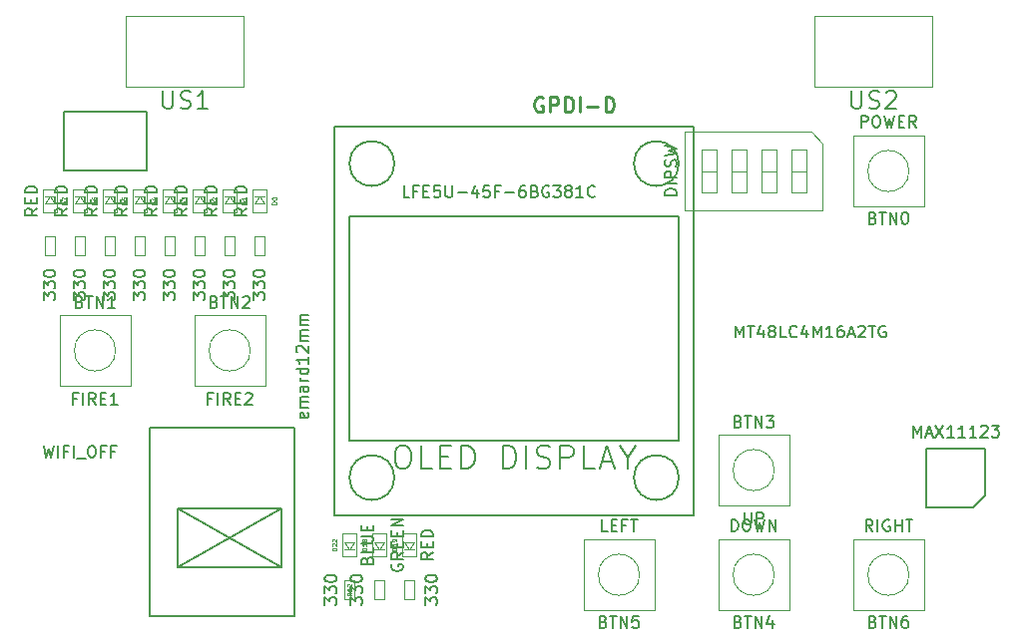
<source format=gbr>
G04 #@! TF.FileFunction,Other,Fab,Top*
%FSLAX46Y46*%
G04 Gerber Fmt 4.6, Leading zero omitted, Abs format (unit mm)*
G04 Created by KiCad (PCBNEW 4.0.7+dfsg1-1) date Fri Nov 17 22:58:38 2017*
%MOMM*%
%LPD*%
G01*
G04 APERTURE LIST*
%ADD10C,0.100000*%
%ADD11C,0.150000*%
%ADD12C,0.075000*%
%ADD13C,0.254000*%
G04 APERTURE END LIST*
D10*
D11*
X108624000Y-69080000D02*
X108624000Y-74080000D01*
X101624000Y-69080000D02*
X108624000Y-69080000D01*
X101624000Y-74080000D02*
X101624000Y-69080000D01*
X108624000Y-74080000D02*
X101624000Y-74080000D01*
D10*
X127990000Y-108880000D02*
X128790000Y-108880000D01*
X127990000Y-110480000D02*
X127990000Y-108880000D01*
X128790000Y-110480000D02*
X127990000Y-110480000D01*
X128790000Y-108880000D02*
X128790000Y-110480000D01*
X131330000Y-110480000D02*
X130530000Y-110480000D01*
X131330000Y-108880000D02*
X131330000Y-110480000D01*
X130530000Y-108880000D02*
X131330000Y-108880000D01*
X130530000Y-110480000D02*
X130530000Y-108880000D01*
X116880000Y-60925000D02*
X116880000Y-66925000D01*
X106880000Y-60925000D02*
X116880000Y-60925000D01*
X106880000Y-66925000D02*
X106880000Y-60925000D01*
X116880000Y-66925000D02*
X106880000Y-66925000D01*
X175300000Y-60925000D02*
X175300000Y-66925000D01*
X165300000Y-60925000D02*
X175300000Y-60925000D01*
X165300000Y-66925000D02*
X165300000Y-60925000D01*
X175300000Y-66925000D02*
X165300000Y-66925000D01*
X118630000Y-81270000D02*
X117830000Y-81270000D01*
X118630000Y-79670000D02*
X118630000Y-81270000D01*
X117830000Y-79670000D02*
X118630000Y-79670000D01*
X117830000Y-81270000D02*
X117830000Y-79670000D01*
X116090000Y-81270000D02*
X115290000Y-81270000D01*
X116090000Y-79670000D02*
X116090000Y-81270000D01*
X115290000Y-79670000D02*
X116090000Y-79670000D01*
X115290000Y-81270000D02*
X115290000Y-79670000D01*
X113550000Y-81270000D02*
X112750000Y-81270000D01*
X113550000Y-79670000D02*
X113550000Y-81270000D01*
X112750000Y-79670000D02*
X113550000Y-79670000D01*
X112750000Y-81270000D02*
X112750000Y-79670000D01*
X111010000Y-81270000D02*
X110210000Y-81270000D01*
X111010000Y-79670000D02*
X111010000Y-81270000D01*
X110210000Y-79670000D02*
X111010000Y-79670000D01*
X110210000Y-81270000D02*
X110210000Y-79670000D01*
X108470000Y-81270000D02*
X107670000Y-81270000D01*
X108470000Y-79670000D02*
X108470000Y-81270000D01*
X107670000Y-79670000D02*
X108470000Y-79670000D01*
X107670000Y-81270000D02*
X107670000Y-79670000D01*
X105930000Y-81270000D02*
X105130000Y-81270000D01*
X105930000Y-79670000D02*
X105930000Y-81270000D01*
X105130000Y-79670000D02*
X105930000Y-79670000D01*
X105130000Y-81270000D02*
X105130000Y-79670000D01*
X103390000Y-81270000D02*
X102590000Y-81270000D01*
X103390000Y-79670000D02*
X103390000Y-81270000D01*
X102590000Y-79670000D02*
X103390000Y-79670000D01*
X102590000Y-81270000D02*
X102590000Y-79670000D01*
X100850000Y-81270000D02*
X100050000Y-81270000D01*
X100850000Y-79670000D02*
X100850000Y-81270000D01*
X100050000Y-79670000D02*
X100850000Y-79670000D01*
X100050000Y-81270000D02*
X100050000Y-79670000D01*
D11*
X178785000Y-102655000D02*
X174785000Y-102655000D01*
X174785000Y-102655000D02*
X174785000Y-97655000D01*
X174785000Y-97655000D02*
X179785000Y-97655000D01*
X179785000Y-97655000D02*
X179785000Y-101655000D01*
X179785000Y-101655000D02*
X178785000Y-102655000D01*
X153790000Y-73485000D02*
G75*
G03X153790000Y-73485000I-1905000J0D01*
G01*
X129660000Y-73485000D02*
G75*
G03X129660000Y-73485000I-1905000J0D01*
G01*
X129660000Y-100155000D02*
G75*
G03X129660000Y-100155000I-1905000J0D01*
G01*
X153790000Y-100155000D02*
G75*
G03X153790000Y-100155000I-1905000J0D01*
G01*
X153790000Y-77930000D02*
X153790000Y-96980000D01*
X125850000Y-77930000D02*
X153790000Y-77930000D01*
X125850000Y-96980000D02*
X125850000Y-77930000D01*
X153790000Y-96980000D02*
X125850000Y-96980000D01*
X155060000Y-70310000D02*
X155060000Y-103330000D01*
X124580000Y-70310000D02*
X155060000Y-70310000D01*
X124580000Y-103330000D02*
X124580000Y-70310000D01*
X155060000Y-103330000D02*
X124580000Y-103330000D01*
D10*
X174570000Y-77120000D02*
X174570000Y-71120000D01*
X174570000Y-71120000D02*
X168570000Y-71120000D01*
X168570000Y-71120000D02*
X168570000Y-77120000D01*
X168570000Y-77120000D02*
X174570000Y-77120000D01*
X173320714Y-74120000D02*
G75*
G03X173320714Y-74120000I-1750714J0D01*
G01*
X101260000Y-86360000D02*
X101260000Y-92360000D01*
X101260000Y-92360000D02*
X107260000Y-92360000D01*
X107260000Y-92360000D02*
X107260000Y-86360000D01*
X107260000Y-86360000D02*
X101260000Y-86360000D01*
X106010714Y-89360000D02*
G75*
G03X106010714Y-89360000I-1750714J0D01*
G01*
X112690000Y-86360000D02*
X112690000Y-92360000D01*
X112690000Y-92360000D02*
X118690000Y-92360000D01*
X118690000Y-92360000D02*
X118690000Y-86360000D01*
X118690000Y-86360000D02*
X112690000Y-86360000D01*
X117440714Y-89360000D02*
G75*
G03X117440714Y-89360000I-1750714J0D01*
G01*
X157140000Y-96520000D02*
X157140000Y-102520000D01*
X157140000Y-102520000D02*
X163140000Y-102520000D01*
X163140000Y-102520000D02*
X163140000Y-96520000D01*
X163140000Y-96520000D02*
X157140000Y-96520000D01*
X161890714Y-99520000D02*
G75*
G03X161890714Y-99520000I-1750714J0D01*
G01*
X163140000Y-111410000D02*
X163140000Y-105410000D01*
X163140000Y-105410000D02*
X157140000Y-105410000D01*
X157140000Y-105410000D02*
X157140000Y-111410000D01*
X157140000Y-111410000D02*
X163140000Y-111410000D01*
X161890714Y-108410000D02*
G75*
G03X161890714Y-108410000I-1750714J0D01*
G01*
X151710000Y-111410000D02*
X151710000Y-105410000D01*
X151710000Y-105410000D02*
X145710000Y-105410000D01*
X145710000Y-105410000D02*
X145710000Y-111410000D01*
X145710000Y-111410000D02*
X151710000Y-111410000D01*
X150460714Y-108410000D02*
G75*
G03X150460714Y-108410000I-1750714J0D01*
G01*
X174570000Y-111410000D02*
X174570000Y-105410000D01*
X174570000Y-105410000D02*
X168570000Y-105410000D01*
X168570000Y-105410000D02*
X168570000Y-111410000D01*
X168570000Y-111410000D02*
X174570000Y-111410000D01*
X173320714Y-108410000D02*
G75*
G03X173320714Y-108410000I-1750714J0D01*
G01*
X166000000Y-71780000D02*
X166000000Y-77460000D01*
X166000000Y-77460000D02*
X154280000Y-77460000D01*
X154280000Y-77460000D02*
X154280000Y-70780000D01*
X154280000Y-70780000D02*
X165000000Y-70780000D01*
X165000000Y-70780000D02*
X166000000Y-71780000D01*
X164585000Y-72310000D02*
X163315000Y-72310000D01*
X163315000Y-72310000D02*
X163315000Y-75930000D01*
X163315000Y-75930000D02*
X164585000Y-75930000D01*
X164585000Y-75930000D02*
X164585000Y-72310000D01*
X164585000Y-74120000D02*
X163315000Y-74120000D01*
X162045000Y-72310000D02*
X160775000Y-72310000D01*
X160775000Y-72310000D02*
X160775000Y-75930000D01*
X160775000Y-75930000D02*
X162045000Y-75930000D01*
X162045000Y-75930000D02*
X162045000Y-72310000D01*
X162045000Y-74120000D02*
X160775000Y-74120000D01*
X159505000Y-72310000D02*
X158235000Y-72310000D01*
X158235000Y-72310000D02*
X158235000Y-75930000D01*
X158235000Y-75930000D02*
X159505000Y-75930000D01*
X159505000Y-75930000D02*
X159505000Y-72310000D01*
X159505000Y-74120000D02*
X158235000Y-74120000D01*
X156965000Y-72310000D02*
X155695000Y-72310000D01*
X155695000Y-72310000D02*
X155695000Y-75930000D01*
X155695000Y-75930000D02*
X156965000Y-75930000D01*
X156965000Y-75930000D02*
X156965000Y-72310000D01*
X156965000Y-74120000D02*
X155695000Y-74120000D01*
X125450000Y-106270000D02*
X126250000Y-106270000D01*
X125850000Y-106270000D02*
X125450000Y-105670000D01*
X126250000Y-105670000D02*
X125850000Y-106270000D01*
X125450000Y-105670000D02*
X126250000Y-105670000D01*
X126450000Y-104870000D02*
X126450000Y-106870000D01*
X125250000Y-104870000D02*
X126450000Y-104870000D01*
X125250000Y-106870000D02*
X125250000Y-104870000D01*
X126450000Y-106870000D02*
X125250000Y-106870000D01*
X125450000Y-108880000D02*
X126250000Y-108880000D01*
X125450000Y-110480000D02*
X125450000Y-108880000D01*
X126250000Y-110480000D02*
X125450000Y-110480000D01*
X126250000Y-108880000D02*
X126250000Y-110480000D01*
X127990000Y-106270000D02*
X128790000Y-106270000D01*
X128390000Y-106270000D02*
X127990000Y-105670000D01*
X128790000Y-105670000D02*
X128390000Y-106270000D01*
X127990000Y-105670000D02*
X128790000Y-105670000D01*
X128990000Y-104870000D02*
X128990000Y-106870000D01*
X127790000Y-104870000D02*
X128990000Y-104870000D01*
X127790000Y-106870000D02*
X127790000Y-104870000D01*
X128990000Y-106870000D02*
X127790000Y-106870000D01*
X118630000Y-76260000D02*
X117830000Y-76260000D01*
X118230000Y-76260000D02*
X118630000Y-76860000D01*
X117830000Y-76860000D02*
X118230000Y-76260000D01*
X118630000Y-76860000D02*
X117830000Y-76860000D01*
X117630000Y-77660000D02*
X117630000Y-75660000D01*
X118830000Y-77660000D02*
X117630000Y-77660000D01*
X118830000Y-75660000D02*
X118830000Y-77660000D01*
X117630000Y-75660000D02*
X118830000Y-75660000D01*
X116090000Y-76260000D02*
X115290000Y-76260000D01*
X115690000Y-76260000D02*
X116090000Y-76860000D01*
X115290000Y-76860000D02*
X115690000Y-76260000D01*
X116090000Y-76860000D02*
X115290000Y-76860000D01*
X115090000Y-77660000D02*
X115090000Y-75660000D01*
X116290000Y-77660000D02*
X115090000Y-77660000D01*
X116290000Y-75660000D02*
X116290000Y-77660000D01*
X115090000Y-75660000D02*
X116290000Y-75660000D01*
X113550000Y-76260000D02*
X112750000Y-76260000D01*
X113150000Y-76260000D02*
X113550000Y-76860000D01*
X112750000Y-76860000D02*
X113150000Y-76260000D01*
X113550000Y-76860000D02*
X112750000Y-76860000D01*
X112550000Y-77660000D02*
X112550000Y-75660000D01*
X113750000Y-77660000D02*
X112550000Y-77660000D01*
X113750000Y-75660000D02*
X113750000Y-77660000D01*
X112550000Y-75660000D02*
X113750000Y-75660000D01*
X111010000Y-76260000D02*
X110210000Y-76260000D01*
X110610000Y-76260000D02*
X111010000Y-76860000D01*
X110210000Y-76860000D02*
X110610000Y-76260000D01*
X111010000Y-76860000D02*
X110210000Y-76860000D01*
X110010000Y-77660000D02*
X110010000Y-75660000D01*
X111210000Y-77660000D02*
X110010000Y-77660000D01*
X111210000Y-75660000D02*
X111210000Y-77660000D01*
X110010000Y-75660000D02*
X111210000Y-75660000D01*
X108470000Y-76260000D02*
X107670000Y-76260000D01*
X108070000Y-76260000D02*
X108470000Y-76860000D01*
X107670000Y-76860000D02*
X108070000Y-76260000D01*
X108470000Y-76860000D02*
X107670000Y-76860000D01*
X107470000Y-77660000D02*
X107470000Y-75660000D01*
X108670000Y-77660000D02*
X107470000Y-77660000D01*
X108670000Y-75660000D02*
X108670000Y-77660000D01*
X107470000Y-75660000D02*
X108670000Y-75660000D01*
X105930000Y-76260000D02*
X105130000Y-76260000D01*
X105530000Y-76260000D02*
X105930000Y-76860000D01*
X105130000Y-76860000D02*
X105530000Y-76260000D01*
X105930000Y-76860000D02*
X105130000Y-76860000D01*
X104930000Y-77660000D02*
X104930000Y-75660000D01*
X106130000Y-77660000D02*
X104930000Y-77660000D01*
X106130000Y-75660000D02*
X106130000Y-77660000D01*
X104930000Y-75660000D02*
X106130000Y-75660000D01*
X103390000Y-76260000D02*
X102590000Y-76260000D01*
X102990000Y-76260000D02*
X103390000Y-76860000D01*
X102590000Y-76860000D02*
X102990000Y-76260000D01*
X103390000Y-76860000D02*
X102590000Y-76860000D01*
X102390000Y-77660000D02*
X102390000Y-75660000D01*
X103590000Y-77660000D02*
X102390000Y-77660000D01*
X103590000Y-75660000D02*
X103590000Y-77660000D01*
X102390000Y-75660000D02*
X103590000Y-75660000D01*
X100850000Y-76260000D02*
X100050000Y-76260000D01*
X100450000Y-76260000D02*
X100850000Y-76860000D01*
X100050000Y-76860000D02*
X100450000Y-76260000D01*
X100850000Y-76860000D02*
X100050000Y-76860000D01*
X99850000Y-77660000D02*
X99850000Y-75660000D01*
X101050000Y-77660000D02*
X99850000Y-77660000D01*
X101050000Y-75660000D02*
X101050000Y-77660000D01*
X99850000Y-75660000D02*
X101050000Y-75660000D01*
X130530000Y-106270000D02*
X131330000Y-106270000D01*
X130930000Y-106270000D02*
X130530000Y-105670000D01*
X131330000Y-105670000D02*
X130930000Y-106270000D01*
X130530000Y-105670000D02*
X131330000Y-105670000D01*
X131530000Y-104870000D02*
X131530000Y-106870000D01*
X130330000Y-104870000D02*
X131530000Y-104870000D01*
X130330000Y-106870000D02*
X130330000Y-104870000D01*
X131530000Y-106870000D02*
X130330000Y-106870000D01*
D11*
X120050000Y-102800000D02*
X111250000Y-107750000D01*
X120050000Y-107750000D02*
X111250000Y-102800000D01*
X120050000Y-102800000D02*
X120050000Y-107750000D01*
X111250000Y-102800000D02*
X111250000Y-107750000D01*
X111250000Y-107750000D02*
X120050000Y-107750000D01*
X120050000Y-102800000D02*
X111250000Y-102800000D01*
X121200000Y-95950000D02*
X108900000Y-95950000D01*
X121200000Y-111900000D02*
X121200000Y-95950000D01*
X108900000Y-111900000D02*
X121200000Y-111900000D01*
X108900000Y-95950000D02*
X108900000Y-111900000D01*
X99894762Y-97448381D02*
X100132857Y-98448381D01*
X100323334Y-97734095D01*
X100513810Y-98448381D01*
X100751905Y-97448381D01*
X101132857Y-98448381D02*
X101132857Y-97448381D01*
X101942381Y-97924571D02*
X101609047Y-97924571D01*
X101609047Y-98448381D02*
X101609047Y-97448381D01*
X102085238Y-97448381D01*
X102466190Y-98448381D02*
X102466190Y-97448381D01*
X102704285Y-98543619D02*
X103466190Y-98543619D01*
X103894761Y-97448381D02*
X104085238Y-97448381D01*
X104180476Y-97496000D01*
X104275714Y-97591238D01*
X104323333Y-97781714D01*
X104323333Y-98115048D01*
X104275714Y-98305524D01*
X104180476Y-98400762D01*
X104085238Y-98448381D01*
X103894761Y-98448381D01*
X103799523Y-98400762D01*
X103704285Y-98305524D01*
X103656666Y-98115048D01*
X103656666Y-97781714D01*
X103704285Y-97591238D01*
X103799523Y-97496000D01*
X103894761Y-97448381D01*
X105085238Y-97924571D02*
X104751904Y-97924571D01*
X104751904Y-98448381D02*
X104751904Y-97448381D01*
X105228095Y-97448381D01*
X105942381Y-97924571D02*
X105609047Y-97924571D01*
X105609047Y-98448381D02*
X105609047Y-97448381D01*
X106085238Y-97448381D01*
X125942381Y-110965714D02*
X125942381Y-110346666D01*
X126323333Y-110680000D01*
X126323333Y-110537142D01*
X126370952Y-110441904D01*
X126418571Y-110394285D01*
X126513810Y-110346666D01*
X126751905Y-110346666D01*
X126847143Y-110394285D01*
X126894762Y-110441904D01*
X126942381Y-110537142D01*
X126942381Y-110822857D01*
X126894762Y-110918095D01*
X126847143Y-110965714D01*
X125942381Y-110013333D02*
X125942381Y-109394285D01*
X126323333Y-109727619D01*
X126323333Y-109584761D01*
X126370952Y-109489523D01*
X126418571Y-109441904D01*
X126513810Y-109394285D01*
X126751905Y-109394285D01*
X126847143Y-109441904D01*
X126894762Y-109489523D01*
X126942381Y-109584761D01*
X126942381Y-109870476D01*
X126894762Y-109965714D01*
X126847143Y-110013333D01*
X125942381Y-108775238D02*
X125942381Y-108679999D01*
X125990000Y-108584761D01*
X126037619Y-108537142D01*
X126132857Y-108489523D01*
X126323333Y-108441904D01*
X126561429Y-108441904D01*
X126751905Y-108489523D01*
X126847143Y-108537142D01*
X126894762Y-108584761D01*
X126942381Y-108679999D01*
X126942381Y-108775238D01*
X126894762Y-108870476D01*
X126847143Y-108918095D01*
X126751905Y-108965714D01*
X126561429Y-109013333D01*
X126323333Y-109013333D01*
X126132857Y-108965714D01*
X126037619Y-108918095D01*
X125990000Y-108870476D01*
X125942381Y-108775238D01*
X132282381Y-110965714D02*
X132282381Y-110346666D01*
X132663333Y-110680000D01*
X132663333Y-110537142D01*
X132710952Y-110441904D01*
X132758571Y-110394285D01*
X132853810Y-110346666D01*
X133091905Y-110346666D01*
X133187143Y-110394285D01*
X133234762Y-110441904D01*
X133282381Y-110537142D01*
X133282381Y-110822857D01*
X133234762Y-110918095D01*
X133187143Y-110965714D01*
X132282381Y-110013333D02*
X132282381Y-109394285D01*
X132663333Y-109727619D01*
X132663333Y-109584761D01*
X132710952Y-109489523D01*
X132758571Y-109441904D01*
X132853810Y-109394285D01*
X133091905Y-109394285D01*
X133187143Y-109441904D01*
X133234762Y-109489523D01*
X133282381Y-109584761D01*
X133282381Y-109870476D01*
X133234762Y-109965714D01*
X133187143Y-110013333D01*
X132282381Y-108775238D02*
X132282381Y-108679999D01*
X132330000Y-108584761D01*
X132377619Y-108537142D01*
X132472857Y-108489523D01*
X132663333Y-108441904D01*
X132901429Y-108441904D01*
X133091905Y-108489523D01*
X133187143Y-108537142D01*
X133234762Y-108584761D01*
X133282381Y-108679999D01*
X133282381Y-108775238D01*
X133234762Y-108870476D01*
X133187143Y-108918095D01*
X133091905Y-108965714D01*
X132901429Y-109013333D01*
X132663333Y-109013333D01*
X132472857Y-108965714D01*
X132377619Y-108918095D01*
X132330000Y-108870476D01*
X132282381Y-108775238D01*
X110022858Y-67329571D02*
X110022858Y-68543857D01*
X110094286Y-68686714D01*
X110165715Y-68758143D01*
X110308572Y-68829571D01*
X110594286Y-68829571D01*
X110737144Y-68758143D01*
X110808572Y-68686714D01*
X110880001Y-68543857D01*
X110880001Y-67329571D01*
X111522858Y-68758143D02*
X111737144Y-68829571D01*
X112094287Y-68829571D01*
X112237144Y-68758143D01*
X112308573Y-68686714D01*
X112380001Y-68543857D01*
X112380001Y-68401000D01*
X112308573Y-68258143D01*
X112237144Y-68186714D01*
X112094287Y-68115286D01*
X111808573Y-68043857D01*
X111665715Y-67972429D01*
X111594287Y-67901000D01*
X111522858Y-67758143D01*
X111522858Y-67615286D01*
X111594287Y-67472429D01*
X111665715Y-67401000D01*
X111808573Y-67329571D01*
X112165715Y-67329571D01*
X112380001Y-67401000D01*
X113808572Y-68829571D02*
X112951429Y-68829571D01*
X113380001Y-68829571D02*
X113380001Y-67329571D01*
X113237144Y-67543857D01*
X113094286Y-67686714D01*
X112951429Y-67758143D01*
X168442858Y-67329571D02*
X168442858Y-68543857D01*
X168514286Y-68686714D01*
X168585715Y-68758143D01*
X168728572Y-68829571D01*
X169014286Y-68829571D01*
X169157144Y-68758143D01*
X169228572Y-68686714D01*
X169300001Y-68543857D01*
X169300001Y-67329571D01*
X169942858Y-68758143D02*
X170157144Y-68829571D01*
X170514287Y-68829571D01*
X170657144Y-68758143D01*
X170728573Y-68686714D01*
X170800001Y-68543857D01*
X170800001Y-68401000D01*
X170728573Y-68258143D01*
X170657144Y-68186714D01*
X170514287Y-68115286D01*
X170228573Y-68043857D01*
X170085715Y-67972429D01*
X170014287Y-67901000D01*
X169942858Y-67758143D01*
X169942858Y-67615286D01*
X170014287Y-67472429D01*
X170085715Y-67401000D01*
X170228573Y-67329571D01*
X170585715Y-67329571D01*
X170800001Y-67401000D01*
X171371429Y-67472429D02*
X171442858Y-67401000D01*
X171585715Y-67329571D01*
X171942858Y-67329571D01*
X172085715Y-67401000D01*
X172157144Y-67472429D01*
X172228572Y-67615286D01*
X172228572Y-67758143D01*
X172157144Y-67972429D01*
X171300001Y-68829571D01*
X172228572Y-68829571D01*
X117682381Y-85057714D02*
X117682381Y-84438666D01*
X118063333Y-84772000D01*
X118063333Y-84629142D01*
X118110952Y-84533904D01*
X118158571Y-84486285D01*
X118253810Y-84438666D01*
X118491905Y-84438666D01*
X118587143Y-84486285D01*
X118634762Y-84533904D01*
X118682381Y-84629142D01*
X118682381Y-84914857D01*
X118634762Y-85010095D01*
X118587143Y-85057714D01*
X117682381Y-84105333D02*
X117682381Y-83486285D01*
X118063333Y-83819619D01*
X118063333Y-83676761D01*
X118110952Y-83581523D01*
X118158571Y-83533904D01*
X118253810Y-83486285D01*
X118491905Y-83486285D01*
X118587143Y-83533904D01*
X118634762Y-83581523D01*
X118682381Y-83676761D01*
X118682381Y-83962476D01*
X118634762Y-84057714D01*
X118587143Y-84105333D01*
X117682381Y-82867238D02*
X117682381Y-82771999D01*
X117730000Y-82676761D01*
X117777619Y-82629142D01*
X117872857Y-82581523D01*
X118063333Y-82533904D01*
X118301429Y-82533904D01*
X118491905Y-82581523D01*
X118587143Y-82629142D01*
X118634762Y-82676761D01*
X118682381Y-82771999D01*
X118682381Y-82867238D01*
X118634762Y-82962476D01*
X118587143Y-83010095D01*
X118491905Y-83057714D01*
X118301429Y-83105333D01*
X118063333Y-83105333D01*
X117872857Y-83057714D01*
X117777619Y-83010095D01*
X117730000Y-82962476D01*
X117682381Y-82867238D01*
X115142381Y-85057714D02*
X115142381Y-84438666D01*
X115523333Y-84772000D01*
X115523333Y-84629142D01*
X115570952Y-84533904D01*
X115618571Y-84486285D01*
X115713810Y-84438666D01*
X115951905Y-84438666D01*
X116047143Y-84486285D01*
X116094762Y-84533904D01*
X116142381Y-84629142D01*
X116142381Y-84914857D01*
X116094762Y-85010095D01*
X116047143Y-85057714D01*
X115142381Y-84105333D02*
X115142381Y-83486285D01*
X115523333Y-83819619D01*
X115523333Y-83676761D01*
X115570952Y-83581523D01*
X115618571Y-83533904D01*
X115713810Y-83486285D01*
X115951905Y-83486285D01*
X116047143Y-83533904D01*
X116094762Y-83581523D01*
X116142381Y-83676761D01*
X116142381Y-83962476D01*
X116094762Y-84057714D01*
X116047143Y-84105333D01*
X115142381Y-82867238D02*
X115142381Y-82771999D01*
X115190000Y-82676761D01*
X115237619Y-82629142D01*
X115332857Y-82581523D01*
X115523333Y-82533904D01*
X115761429Y-82533904D01*
X115951905Y-82581523D01*
X116047143Y-82629142D01*
X116094762Y-82676761D01*
X116142381Y-82771999D01*
X116142381Y-82867238D01*
X116094762Y-82962476D01*
X116047143Y-83010095D01*
X115951905Y-83057714D01*
X115761429Y-83105333D01*
X115523333Y-83105333D01*
X115332857Y-83057714D01*
X115237619Y-83010095D01*
X115190000Y-82962476D01*
X115142381Y-82867238D01*
X112602381Y-85057714D02*
X112602381Y-84438666D01*
X112983333Y-84772000D01*
X112983333Y-84629142D01*
X113030952Y-84533904D01*
X113078571Y-84486285D01*
X113173810Y-84438666D01*
X113411905Y-84438666D01*
X113507143Y-84486285D01*
X113554762Y-84533904D01*
X113602381Y-84629142D01*
X113602381Y-84914857D01*
X113554762Y-85010095D01*
X113507143Y-85057714D01*
X112602381Y-84105333D02*
X112602381Y-83486285D01*
X112983333Y-83819619D01*
X112983333Y-83676761D01*
X113030952Y-83581523D01*
X113078571Y-83533904D01*
X113173810Y-83486285D01*
X113411905Y-83486285D01*
X113507143Y-83533904D01*
X113554762Y-83581523D01*
X113602381Y-83676761D01*
X113602381Y-83962476D01*
X113554762Y-84057714D01*
X113507143Y-84105333D01*
X112602381Y-82867238D02*
X112602381Y-82771999D01*
X112650000Y-82676761D01*
X112697619Y-82629142D01*
X112792857Y-82581523D01*
X112983333Y-82533904D01*
X113221429Y-82533904D01*
X113411905Y-82581523D01*
X113507143Y-82629142D01*
X113554762Y-82676761D01*
X113602381Y-82771999D01*
X113602381Y-82867238D01*
X113554762Y-82962476D01*
X113507143Y-83010095D01*
X113411905Y-83057714D01*
X113221429Y-83105333D01*
X112983333Y-83105333D01*
X112792857Y-83057714D01*
X112697619Y-83010095D01*
X112650000Y-82962476D01*
X112602381Y-82867238D01*
X110062381Y-85057714D02*
X110062381Y-84438666D01*
X110443333Y-84772000D01*
X110443333Y-84629142D01*
X110490952Y-84533904D01*
X110538571Y-84486285D01*
X110633810Y-84438666D01*
X110871905Y-84438666D01*
X110967143Y-84486285D01*
X111014762Y-84533904D01*
X111062381Y-84629142D01*
X111062381Y-84914857D01*
X111014762Y-85010095D01*
X110967143Y-85057714D01*
X110062381Y-84105333D02*
X110062381Y-83486285D01*
X110443333Y-83819619D01*
X110443333Y-83676761D01*
X110490952Y-83581523D01*
X110538571Y-83533904D01*
X110633810Y-83486285D01*
X110871905Y-83486285D01*
X110967143Y-83533904D01*
X111014762Y-83581523D01*
X111062381Y-83676761D01*
X111062381Y-83962476D01*
X111014762Y-84057714D01*
X110967143Y-84105333D01*
X110062381Y-82867238D02*
X110062381Y-82771999D01*
X110110000Y-82676761D01*
X110157619Y-82629142D01*
X110252857Y-82581523D01*
X110443333Y-82533904D01*
X110681429Y-82533904D01*
X110871905Y-82581523D01*
X110967143Y-82629142D01*
X111014762Y-82676761D01*
X111062381Y-82771999D01*
X111062381Y-82867238D01*
X111014762Y-82962476D01*
X110967143Y-83010095D01*
X110871905Y-83057714D01*
X110681429Y-83105333D01*
X110443333Y-83105333D01*
X110252857Y-83057714D01*
X110157619Y-83010095D01*
X110110000Y-82962476D01*
X110062381Y-82867238D01*
X107522381Y-85057714D02*
X107522381Y-84438666D01*
X107903333Y-84772000D01*
X107903333Y-84629142D01*
X107950952Y-84533904D01*
X107998571Y-84486285D01*
X108093810Y-84438666D01*
X108331905Y-84438666D01*
X108427143Y-84486285D01*
X108474762Y-84533904D01*
X108522381Y-84629142D01*
X108522381Y-84914857D01*
X108474762Y-85010095D01*
X108427143Y-85057714D01*
X107522381Y-84105333D02*
X107522381Y-83486285D01*
X107903333Y-83819619D01*
X107903333Y-83676761D01*
X107950952Y-83581523D01*
X107998571Y-83533904D01*
X108093810Y-83486285D01*
X108331905Y-83486285D01*
X108427143Y-83533904D01*
X108474762Y-83581523D01*
X108522381Y-83676761D01*
X108522381Y-83962476D01*
X108474762Y-84057714D01*
X108427143Y-84105333D01*
X107522381Y-82867238D02*
X107522381Y-82771999D01*
X107570000Y-82676761D01*
X107617619Y-82629142D01*
X107712857Y-82581523D01*
X107903333Y-82533904D01*
X108141429Y-82533904D01*
X108331905Y-82581523D01*
X108427143Y-82629142D01*
X108474762Y-82676761D01*
X108522381Y-82771999D01*
X108522381Y-82867238D01*
X108474762Y-82962476D01*
X108427143Y-83010095D01*
X108331905Y-83057714D01*
X108141429Y-83105333D01*
X107903333Y-83105333D01*
X107712857Y-83057714D01*
X107617619Y-83010095D01*
X107570000Y-82962476D01*
X107522381Y-82867238D01*
X104982381Y-85057714D02*
X104982381Y-84438666D01*
X105363333Y-84772000D01*
X105363333Y-84629142D01*
X105410952Y-84533904D01*
X105458571Y-84486285D01*
X105553810Y-84438666D01*
X105791905Y-84438666D01*
X105887143Y-84486285D01*
X105934762Y-84533904D01*
X105982381Y-84629142D01*
X105982381Y-84914857D01*
X105934762Y-85010095D01*
X105887143Y-85057714D01*
X104982381Y-84105333D02*
X104982381Y-83486285D01*
X105363333Y-83819619D01*
X105363333Y-83676761D01*
X105410952Y-83581523D01*
X105458571Y-83533904D01*
X105553810Y-83486285D01*
X105791905Y-83486285D01*
X105887143Y-83533904D01*
X105934762Y-83581523D01*
X105982381Y-83676761D01*
X105982381Y-83962476D01*
X105934762Y-84057714D01*
X105887143Y-84105333D01*
X104982381Y-82867238D02*
X104982381Y-82771999D01*
X105030000Y-82676761D01*
X105077619Y-82629142D01*
X105172857Y-82581523D01*
X105363333Y-82533904D01*
X105601429Y-82533904D01*
X105791905Y-82581523D01*
X105887143Y-82629142D01*
X105934762Y-82676761D01*
X105982381Y-82771999D01*
X105982381Y-82867238D01*
X105934762Y-82962476D01*
X105887143Y-83010095D01*
X105791905Y-83057714D01*
X105601429Y-83105333D01*
X105363333Y-83105333D01*
X105172857Y-83057714D01*
X105077619Y-83010095D01*
X105030000Y-82962476D01*
X104982381Y-82867238D01*
X102442381Y-85057714D02*
X102442381Y-84438666D01*
X102823333Y-84772000D01*
X102823333Y-84629142D01*
X102870952Y-84533904D01*
X102918571Y-84486285D01*
X103013810Y-84438666D01*
X103251905Y-84438666D01*
X103347143Y-84486285D01*
X103394762Y-84533904D01*
X103442381Y-84629142D01*
X103442381Y-84914857D01*
X103394762Y-85010095D01*
X103347143Y-85057714D01*
X102442381Y-84105333D02*
X102442381Y-83486285D01*
X102823333Y-83819619D01*
X102823333Y-83676761D01*
X102870952Y-83581523D01*
X102918571Y-83533904D01*
X103013810Y-83486285D01*
X103251905Y-83486285D01*
X103347143Y-83533904D01*
X103394762Y-83581523D01*
X103442381Y-83676761D01*
X103442381Y-83962476D01*
X103394762Y-84057714D01*
X103347143Y-84105333D01*
X102442381Y-82867238D02*
X102442381Y-82771999D01*
X102490000Y-82676761D01*
X102537619Y-82629142D01*
X102632857Y-82581523D01*
X102823333Y-82533904D01*
X103061429Y-82533904D01*
X103251905Y-82581523D01*
X103347143Y-82629142D01*
X103394762Y-82676761D01*
X103442381Y-82771999D01*
X103442381Y-82867238D01*
X103394762Y-82962476D01*
X103347143Y-83010095D01*
X103251905Y-83057714D01*
X103061429Y-83105333D01*
X102823333Y-83105333D01*
X102632857Y-83057714D01*
X102537619Y-83010095D01*
X102490000Y-82962476D01*
X102442381Y-82867238D01*
X99902381Y-85057714D02*
X99902381Y-84438666D01*
X100283333Y-84772000D01*
X100283333Y-84629142D01*
X100330952Y-84533904D01*
X100378571Y-84486285D01*
X100473810Y-84438666D01*
X100711905Y-84438666D01*
X100807143Y-84486285D01*
X100854762Y-84533904D01*
X100902381Y-84629142D01*
X100902381Y-84914857D01*
X100854762Y-85010095D01*
X100807143Y-85057714D01*
X99902381Y-84105333D02*
X99902381Y-83486285D01*
X100283333Y-83819619D01*
X100283333Y-83676761D01*
X100330952Y-83581523D01*
X100378571Y-83533904D01*
X100473810Y-83486285D01*
X100711905Y-83486285D01*
X100807143Y-83533904D01*
X100854762Y-83581523D01*
X100902381Y-83676761D01*
X100902381Y-83962476D01*
X100854762Y-84057714D01*
X100807143Y-84105333D01*
X99902381Y-82867238D02*
X99902381Y-82771999D01*
X99950000Y-82676761D01*
X99997619Y-82629142D01*
X100092857Y-82581523D01*
X100283333Y-82533904D01*
X100521429Y-82533904D01*
X100711905Y-82581523D01*
X100807143Y-82629142D01*
X100854762Y-82676761D01*
X100902381Y-82771999D01*
X100902381Y-82867238D01*
X100854762Y-82962476D01*
X100807143Y-83010095D01*
X100711905Y-83057714D01*
X100521429Y-83105333D01*
X100283333Y-83105333D01*
X100092857Y-83057714D01*
X99997619Y-83010095D01*
X99950000Y-82962476D01*
X99902381Y-82867238D01*
X173665952Y-96732381D02*
X173665952Y-95732381D01*
X173999286Y-96446667D01*
X174332619Y-95732381D01*
X174332619Y-96732381D01*
X174761190Y-96446667D02*
X175237381Y-96446667D01*
X174665952Y-96732381D02*
X174999285Y-95732381D01*
X175332619Y-96732381D01*
X175570714Y-95732381D02*
X176237381Y-96732381D01*
X176237381Y-95732381D02*
X175570714Y-96732381D01*
X177142143Y-96732381D02*
X176570714Y-96732381D01*
X176856428Y-96732381D02*
X176856428Y-95732381D01*
X176761190Y-95875238D01*
X176665952Y-95970476D01*
X176570714Y-96018095D01*
X178094524Y-96732381D02*
X177523095Y-96732381D01*
X177808809Y-96732381D02*
X177808809Y-95732381D01*
X177713571Y-95875238D01*
X177618333Y-95970476D01*
X177523095Y-96018095D01*
X179046905Y-96732381D02*
X178475476Y-96732381D01*
X178761190Y-96732381D02*
X178761190Y-95732381D01*
X178665952Y-95875238D01*
X178570714Y-95970476D01*
X178475476Y-96018095D01*
X179427857Y-95827619D02*
X179475476Y-95780000D01*
X179570714Y-95732381D01*
X179808810Y-95732381D01*
X179904048Y-95780000D01*
X179951667Y-95827619D01*
X179999286Y-95922857D01*
X179999286Y-96018095D01*
X179951667Y-96160952D01*
X179380238Y-96732381D01*
X179999286Y-96732381D01*
X180332619Y-95732381D02*
X180951667Y-95732381D01*
X180618333Y-96113333D01*
X180761191Y-96113333D01*
X180856429Y-96160952D01*
X180904048Y-96208571D01*
X180951667Y-96303810D01*
X180951667Y-96541905D01*
X180904048Y-96637143D01*
X180856429Y-96684762D01*
X180761191Y-96732381D01*
X180475476Y-96732381D01*
X180380238Y-96684762D01*
X180332619Y-96637143D01*
X130200952Y-97408762D02*
X130581904Y-97408762D01*
X130772380Y-97504000D01*
X130962857Y-97694476D01*
X131058095Y-98075429D01*
X131058095Y-98742095D01*
X130962857Y-99123048D01*
X130772380Y-99313524D01*
X130581904Y-99408762D01*
X130200952Y-99408762D01*
X130010476Y-99313524D01*
X129819999Y-99123048D01*
X129724761Y-98742095D01*
X129724761Y-98075429D01*
X129819999Y-97694476D01*
X130010476Y-97504000D01*
X130200952Y-97408762D01*
X132867618Y-99408762D02*
X131915237Y-99408762D01*
X131915237Y-97408762D01*
X133534285Y-98361143D02*
X134200952Y-98361143D01*
X134486666Y-99408762D02*
X133534285Y-99408762D01*
X133534285Y-97408762D01*
X134486666Y-97408762D01*
X135343809Y-99408762D02*
X135343809Y-97408762D01*
X135820000Y-97408762D01*
X136105714Y-97504000D01*
X136296190Y-97694476D01*
X136391429Y-97884952D01*
X136486667Y-98265905D01*
X136486667Y-98551619D01*
X136391429Y-98932571D01*
X136296190Y-99123048D01*
X136105714Y-99313524D01*
X135820000Y-99408762D01*
X135343809Y-99408762D01*
X138867619Y-99408762D02*
X138867619Y-97408762D01*
X139343810Y-97408762D01*
X139629524Y-97504000D01*
X139820000Y-97694476D01*
X139915239Y-97884952D01*
X140010477Y-98265905D01*
X140010477Y-98551619D01*
X139915239Y-98932571D01*
X139820000Y-99123048D01*
X139629524Y-99313524D01*
X139343810Y-99408762D01*
X138867619Y-99408762D01*
X140867619Y-99408762D02*
X140867619Y-97408762D01*
X141724762Y-99313524D02*
X142010477Y-99408762D01*
X142486667Y-99408762D01*
X142677143Y-99313524D01*
X142772381Y-99218286D01*
X142867620Y-99027810D01*
X142867620Y-98837333D01*
X142772381Y-98646857D01*
X142677143Y-98551619D01*
X142486667Y-98456381D01*
X142105715Y-98361143D01*
X141915239Y-98265905D01*
X141820000Y-98170667D01*
X141724762Y-97980190D01*
X141724762Y-97789714D01*
X141820000Y-97599238D01*
X141915239Y-97504000D01*
X142105715Y-97408762D01*
X142581905Y-97408762D01*
X142867620Y-97504000D01*
X143724762Y-99408762D02*
X143724762Y-97408762D01*
X144486667Y-97408762D01*
X144677143Y-97504000D01*
X144772382Y-97599238D01*
X144867620Y-97789714D01*
X144867620Y-98075429D01*
X144772382Y-98265905D01*
X144677143Y-98361143D01*
X144486667Y-98456381D01*
X143724762Y-98456381D01*
X146677143Y-99408762D02*
X145724762Y-99408762D01*
X145724762Y-97408762D01*
X147248572Y-98837333D02*
X148200953Y-98837333D01*
X147058096Y-99408762D02*
X147724763Y-97408762D01*
X148391430Y-99408762D01*
X149439049Y-98456381D02*
X149439049Y-99408762D01*
X148772382Y-97408762D02*
X149439049Y-98456381D01*
X150105716Y-97408762D01*
X169260476Y-70422381D02*
X169260476Y-69422381D01*
X169641429Y-69422381D01*
X169736667Y-69470000D01*
X169784286Y-69517619D01*
X169831905Y-69612857D01*
X169831905Y-69755714D01*
X169784286Y-69850952D01*
X169736667Y-69898571D01*
X169641429Y-69946190D01*
X169260476Y-69946190D01*
X170450952Y-69422381D02*
X170641429Y-69422381D01*
X170736667Y-69470000D01*
X170831905Y-69565238D01*
X170879524Y-69755714D01*
X170879524Y-70089048D01*
X170831905Y-70279524D01*
X170736667Y-70374762D01*
X170641429Y-70422381D01*
X170450952Y-70422381D01*
X170355714Y-70374762D01*
X170260476Y-70279524D01*
X170212857Y-70089048D01*
X170212857Y-69755714D01*
X170260476Y-69565238D01*
X170355714Y-69470000D01*
X170450952Y-69422381D01*
X171212857Y-69422381D02*
X171450952Y-70422381D01*
X171641429Y-69708095D01*
X171831905Y-70422381D01*
X172070000Y-69422381D01*
X172450952Y-69898571D02*
X172784286Y-69898571D01*
X172927143Y-70422381D02*
X172450952Y-70422381D01*
X172450952Y-69422381D01*
X172927143Y-69422381D01*
X173927143Y-70422381D02*
X173593809Y-69946190D01*
X173355714Y-70422381D02*
X173355714Y-69422381D01*
X173736667Y-69422381D01*
X173831905Y-69470000D01*
X173879524Y-69517619D01*
X173927143Y-69612857D01*
X173927143Y-69755714D01*
X173879524Y-69850952D01*
X173831905Y-69898571D01*
X173736667Y-69946190D01*
X173355714Y-69946190D01*
X170260477Y-78098571D02*
X170403334Y-78146190D01*
X170450953Y-78193810D01*
X170498572Y-78289048D01*
X170498572Y-78431905D01*
X170450953Y-78527143D01*
X170403334Y-78574762D01*
X170308096Y-78622381D01*
X169927143Y-78622381D01*
X169927143Y-77622381D01*
X170260477Y-77622381D01*
X170355715Y-77670000D01*
X170403334Y-77717619D01*
X170450953Y-77812857D01*
X170450953Y-77908095D01*
X170403334Y-78003333D01*
X170355715Y-78050952D01*
X170260477Y-78098571D01*
X169927143Y-78098571D01*
X170784286Y-77622381D02*
X171355715Y-77622381D01*
X171070000Y-78622381D02*
X171070000Y-77622381D01*
X171689048Y-78622381D02*
X171689048Y-77622381D01*
X172260477Y-78622381D01*
X172260477Y-77622381D01*
X172927143Y-77622381D02*
X173022382Y-77622381D01*
X173117620Y-77670000D01*
X173165239Y-77717619D01*
X173212858Y-77812857D01*
X173260477Y-78003333D01*
X173260477Y-78241429D01*
X173212858Y-78431905D01*
X173165239Y-78527143D01*
X173117620Y-78574762D01*
X173022382Y-78622381D01*
X172927143Y-78622381D01*
X172831905Y-78574762D01*
X172784286Y-78527143D01*
X172736667Y-78431905D01*
X172689048Y-78241429D01*
X172689048Y-78003333D01*
X172736667Y-77812857D01*
X172784286Y-77717619D01*
X172831905Y-77670000D01*
X172927143Y-77622381D01*
X102736191Y-93438571D02*
X102402857Y-93438571D01*
X102402857Y-93962381D02*
X102402857Y-92962381D01*
X102879048Y-92962381D01*
X103260000Y-93962381D02*
X103260000Y-92962381D01*
X104307619Y-93962381D02*
X103974285Y-93486190D01*
X103736190Y-93962381D02*
X103736190Y-92962381D01*
X104117143Y-92962381D01*
X104212381Y-93010000D01*
X104260000Y-93057619D01*
X104307619Y-93152857D01*
X104307619Y-93295714D01*
X104260000Y-93390952D01*
X104212381Y-93438571D01*
X104117143Y-93486190D01*
X103736190Y-93486190D01*
X104736190Y-93438571D02*
X105069524Y-93438571D01*
X105212381Y-93962381D02*
X104736190Y-93962381D01*
X104736190Y-92962381D01*
X105212381Y-92962381D01*
X106164762Y-93962381D02*
X105593333Y-93962381D01*
X105879047Y-93962381D02*
X105879047Y-92962381D01*
X105783809Y-93105238D01*
X105688571Y-93200476D01*
X105593333Y-93248095D01*
X102950477Y-85238571D02*
X103093334Y-85286190D01*
X103140953Y-85333810D01*
X103188572Y-85429048D01*
X103188572Y-85571905D01*
X103140953Y-85667143D01*
X103093334Y-85714762D01*
X102998096Y-85762381D01*
X102617143Y-85762381D01*
X102617143Y-84762381D01*
X102950477Y-84762381D01*
X103045715Y-84810000D01*
X103093334Y-84857619D01*
X103140953Y-84952857D01*
X103140953Y-85048095D01*
X103093334Y-85143333D01*
X103045715Y-85190952D01*
X102950477Y-85238571D01*
X102617143Y-85238571D01*
X103474286Y-84762381D02*
X104045715Y-84762381D01*
X103760000Y-85762381D02*
X103760000Y-84762381D01*
X104379048Y-85762381D02*
X104379048Y-84762381D01*
X104950477Y-85762381D01*
X104950477Y-84762381D01*
X105950477Y-85762381D02*
X105379048Y-85762381D01*
X105664762Y-85762381D02*
X105664762Y-84762381D01*
X105569524Y-84905238D01*
X105474286Y-85000476D01*
X105379048Y-85048095D01*
X114166191Y-93438571D02*
X113832857Y-93438571D01*
X113832857Y-93962381D02*
X113832857Y-92962381D01*
X114309048Y-92962381D01*
X114690000Y-93962381D02*
X114690000Y-92962381D01*
X115737619Y-93962381D02*
X115404285Y-93486190D01*
X115166190Y-93962381D02*
X115166190Y-92962381D01*
X115547143Y-92962381D01*
X115642381Y-93010000D01*
X115690000Y-93057619D01*
X115737619Y-93152857D01*
X115737619Y-93295714D01*
X115690000Y-93390952D01*
X115642381Y-93438571D01*
X115547143Y-93486190D01*
X115166190Y-93486190D01*
X116166190Y-93438571D02*
X116499524Y-93438571D01*
X116642381Y-93962381D02*
X116166190Y-93962381D01*
X116166190Y-92962381D01*
X116642381Y-92962381D01*
X117023333Y-93057619D02*
X117070952Y-93010000D01*
X117166190Y-92962381D01*
X117404286Y-92962381D01*
X117499524Y-93010000D01*
X117547143Y-93057619D01*
X117594762Y-93152857D01*
X117594762Y-93248095D01*
X117547143Y-93390952D01*
X116975714Y-93962381D01*
X117594762Y-93962381D01*
X114380477Y-85238571D02*
X114523334Y-85286190D01*
X114570953Y-85333810D01*
X114618572Y-85429048D01*
X114618572Y-85571905D01*
X114570953Y-85667143D01*
X114523334Y-85714762D01*
X114428096Y-85762381D01*
X114047143Y-85762381D01*
X114047143Y-84762381D01*
X114380477Y-84762381D01*
X114475715Y-84810000D01*
X114523334Y-84857619D01*
X114570953Y-84952857D01*
X114570953Y-85048095D01*
X114523334Y-85143333D01*
X114475715Y-85190952D01*
X114380477Y-85238571D01*
X114047143Y-85238571D01*
X114904286Y-84762381D02*
X115475715Y-84762381D01*
X115190000Y-85762381D02*
X115190000Y-84762381D01*
X115809048Y-85762381D02*
X115809048Y-84762381D01*
X116380477Y-85762381D01*
X116380477Y-84762381D01*
X116809048Y-84857619D02*
X116856667Y-84810000D01*
X116951905Y-84762381D01*
X117190001Y-84762381D01*
X117285239Y-84810000D01*
X117332858Y-84857619D01*
X117380477Y-84952857D01*
X117380477Y-85048095D01*
X117332858Y-85190952D01*
X116761429Y-85762381D01*
X117380477Y-85762381D01*
X159354286Y-103122381D02*
X159354286Y-103931905D01*
X159401905Y-104027143D01*
X159449524Y-104074762D01*
X159544762Y-104122381D01*
X159735239Y-104122381D01*
X159830477Y-104074762D01*
X159878096Y-104027143D01*
X159925715Y-103931905D01*
X159925715Y-103122381D01*
X160401905Y-104122381D02*
X160401905Y-103122381D01*
X160782858Y-103122381D01*
X160878096Y-103170000D01*
X160925715Y-103217619D01*
X160973334Y-103312857D01*
X160973334Y-103455714D01*
X160925715Y-103550952D01*
X160878096Y-103598571D01*
X160782858Y-103646190D01*
X160401905Y-103646190D01*
X158830477Y-95398571D02*
X158973334Y-95446190D01*
X159020953Y-95493810D01*
X159068572Y-95589048D01*
X159068572Y-95731905D01*
X159020953Y-95827143D01*
X158973334Y-95874762D01*
X158878096Y-95922381D01*
X158497143Y-95922381D01*
X158497143Y-94922381D01*
X158830477Y-94922381D01*
X158925715Y-94970000D01*
X158973334Y-95017619D01*
X159020953Y-95112857D01*
X159020953Y-95208095D01*
X158973334Y-95303333D01*
X158925715Y-95350952D01*
X158830477Y-95398571D01*
X158497143Y-95398571D01*
X159354286Y-94922381D02*
X159925715Y-94922381D01*
X159640000Y-95922381D02*
X159640000Y-94922381D01*
X160259048Y-95922381D02*
X160259048Y-94922381D01*
X160830477Y-95922381D01*
X160830477Y-94922381D01*
X161211429Y-94922381D02*
X161830477Y-94922381D01*
X161497143Y-95303333D01*
X161640001Y-95303333D01*
X161735239Y-95350952D01*
X161782858Y-95398571D01*
X161830477Y-95493810D01*
X161830477Y-95731905D01*
X161782858Y-95827143D01*
X161735239Y-95874762D01*
X161640001Y-95922381D01*
X161354286Y-95922381D01*
X161259048Y-95874762D01*
X161211429Y-95827143D01*
X158259048Y-104712381D02*
X158259048Y-103712381D01*
X158497143Y-103712381D01*
X158640001Y-103760000D01*
X158735239Y-103855238D01*
X158782858Y-103950476D01*
X158830477Y-104140952D01*
X158830477Y-104283810D01*
X158782858Y-104474286D01*
X158735239Y-104569524D01*
X158640001Y-104664762D01*
X158497143Y-104712381D01*
X158259048Y-104712381D01*
X159449524Y-103712381D02*
X159640001Y-103712381D01*
X159735239Y-103760000D01*
X159830477Y-103855238D01*
X159878096Y-104045714D01*
X159878096Y-104379048D01*
X159830477Y-104569524D01*
X159735239Y-104664762D01*
X159640001Y-104712381D01*
X159449524Y-104712381D01*
X159354286Y-104664762D01*
X159259048Y-104569524D01*
X159211429Y-104379048D01*
X159211429Y-104045714D01*
X159259048Y-103855238D01*
X159354286Y-103760000D01*
X159449524Y-103712381D01*
X160211429Y-103712381D02*
X160449524Y-104712381D01*
X160640001Y-103998095D01*
X160830477Y-104712381D01*
X161068572Y-103712381D01*
X161449524Y-104712381D02*
X161449524Y-103712381D01*
X162020953Y-104712381D01*
X162020953Y-103712381D01*
X158830477Y-112388571D02*
X158973334Y-112436190D01*
X159020953Y-112483810D01*
X159068572Y-112579048D01*
X159068572Y-112721905D01*
X159020953Y-112817143D01*
X158973334Y-112864762D01*
X158878096Y-112912381D01*
X158497143Y-112912381D01*
X158497143Y-111912381D01*
X158830477Y-111912381D01*
X158925715Y-111960000D01*
X158973334Y-112007619D01*
X159020953Y-112102857D01*
X159020953Y-112198095D01*
X158973334Y-112293333D01*
X158925715Y-112340952D01*
X158830477Y-112388571D01*
X158497143Y-112388571D01*
X159354286Y-111912381D02*
X159925715Y-111912381D01*
X159640000Y-112912381D02*
X159640000Y-111912381D01*
X160259048Y-112912381D02*
X160259048Y-111912381D01*
X160830477Y-112912381D01*
X160830477Y-111912381D01*
X161735239Y-112245714D02*
X161735239Y-112912381D01*
X161497143Y-111864762D02*
X161259048Y-112579048D01*
X161878096Y-112579048D01*
X147757619Y-104712381D02*
X147281428Y-104712381D01*
X147281428Y-103712381D01*
X148090952Y-104188571D02*
X148424286Y-104188571D01*
X148567143Y-104712381D02*
X148090952Y-104712381D01*
X148090952Y-103712381D01*
X148567143Y-103712381D01*
X149329048Y-104188571D02*
X148995714Y-104188571D01*
X148995714Y-104712381D02*
X148995714Y-103712381D01*
X149471905Y-103712381D01*
X149710000Y-103712381D02*
X150281429Y-103712381D01*
X149995714Y-104712381D02*
X149995714Y-103712381D01*
X147400477Y-112388571D02*
X147543334Y-112436190D01*
X147590953Y-112483810D01*
X147638572Y-112579048D01*
X147638572Y-112721905D01*
X147590953Y-112817143D01*
X147543334Y-112864762D01*
X147448096Y-112912381D01*
X147067143Y-112912381D01*
X147067143Y-111912381D01*
X147400477Y-111912381D01*
X147495715Y-111960000D01*
X147543334Y-112007619D01*
X147590953Y-112102857D01*
X147590953Y-112198095D01*
X147543334Y-112293333D01*
X147495715Y-112340952D01*
X147400477Y-112388571D01*
X147067143Y-112388571D01*
X147924286Y-111912381D02*
X148495715Y-111912381D01*
X148210000Y-112912381D02*
X148210000Y-111912381D01*
X148829048Y-112912381D02*
X148829048Y-111912381D01*
X149400477Y-112912381D01*
X149400477Y-111912381D01*
X150352858Y-111912381D02*
X149876667Y-111912381D01*
X149829048Y-112388571D01*
X149876667Y-112340952D01*
X149971905Y-112293333D01*
X150210001Y-112293333D01*
X150305239Y-112340952D01*
X150352858Y-112388571D01*
X150400477Y-112483810D01*
X150400477Y-112721905D01*
X150352858Y-112817143D01*
X150305239Y-112864762D01*
X150210001Y-112912381D01*
X149971905Y-112912381D01*
X149876667Y-112864762D01*
X149829048Y-112817143D01*
X170236667Y-104712381D02*
X169903333Y-104236190D01*
X169665238Y-104712381D02*
X169665238Y-103712381D01*
X170046191Y-103712381D01*
X170141429Y-103760000D01*
X170189048Y-103807619D01*
X170236667Y-103902857D01*
X170236667Y-104045714D01*
X170189048Y-104140952D01*
X170141429Y-104188571D01*
X170046191Y-104236190D01*
X169665238Y-104236190D01*
X170665238Y-104712381D02*
X170665238Y-103712381D01*
X171665238Y-103760000D02*
X171570000Y-103712381D01*
X171427143Y-103712381D01*
X171284285Y-103760000D01*
X171189047Y-103855238D01*
X171141428Y-103950476D01*
X171093809Y-104140952D01*
X171093809Y-104283810D01*
X171141428Y-104474286D01*
X171189047Y-104569524D01*
X171284285Y-104664762D01*
X171427143Y-104712381D01*
X171522381Y-104712381D01*
X171665238Y-104664762D01*
X171712857Y-104617143D01*
X171712857Y-104283810D01*
X171522381Y-104283810D01*
X172141428Y-104712381D02*
X172141428Y-103712381D01*
X172141428Y-104188571D02*
X172712857Y-104188571D01*
X172712857Y-104712381D02*
X172712857Y-103712381D01*
X173046190Y-103712381D02*
X173617619Y-103712381D01*
X173331904Y-104712381D02*
X173331904Y-103712381D01*
X170260477Y-112388571D02*
X170403334Y-112436190D01*
X170450953Y-112483810D01*
X170498572Y-112579048D01*
X170498572Y-112721905D01*
X170450953Y-112817143D01*
X170403334Y-112864762D01*
X170308096Y-112912381D01*
X169927143Y-112912381D01*
X169927143Y-111912381D01*
X170260477Y-111912381D01*
X170355715Y-111960000D01*
X170403334Y-112007619D01*
X170450953Y-112102857D01*
X170450953Y-112198095D01*
X170403334Y-112293333D01*
X170355715Y-112340952D01*
X170260477Y-112388571D01*
X169927143Y-112388571D01*
X170784286Y-111912381D02*
X171355715Y-111912381D01*
X171070000Y-112912381D02*
X171070000Y-111912381D01*
X171689048Y-112912381D02*
X171689048Y-111912381D01*
X172260477Y-112912381D01*
X172260477Y-111912381D01*
X173165239Y-111912381D02*
X172974762Y-111912381D01*
X172879524Y-111960000D01*
X172831905Y-112007619D01*
X172736667Y-112150476D01*
X172689048Y-112340952D01*
X172689048Y-112721905D01*
X172736667Y-112817143D01*
X172784286Y-112864762D01*
X172879524Y-112912381D01*
X173070001Y-112912381D01*
X173165239Y-112864762D01*
X173212858Y-112817143D01*
X173260477Y-112721905D01*
X173260477Y-112483810D01*
X173212858Y-112388571D01*
X173165239Y-112340952D01*
X173070001Y-112293333D01*
X172879524Y-112293333D01*
X172784286Y-112340952D01*
X172736667Y-112388571D01*
X172689048Y-112483810D01*
X153612381Y-76167619D02*
X152612381Y-76167619D01*
X152612381Y-75929524D01*
X152660000Y-75786666D01*
X152755238Y-75691428D01*
X152850476Y-75643809D01*
X153040952Y-75596190D01*
X153183810Y-75596190D01*
X153374286Y-75643809D01*
X153469524Y-75691428D01*
X153564762Y-75786666D01*
X153612381Y-75929524D01*
X153612381Y-76167619D01*
X153612381Y-75167619D02*
X152612381Y-75167619D01*
X153612381Y-74691429D02*
X152612381Y-74691429D01*
X152612381Y-74310476D01*
X152660000Y-74215238D01*
X152707619Y-74167619D01*
X152802857Y-74120000D01*
X152945714Y-74120000D01*
X153040952Y-74167619D01*
X153088571Y-74215238D01*
X153136190Y-74310476D01*
X153136190Y-74691429D01*
X153564762Y-73739048D02*
X153612381Y-73596191D01*
X153612381Y-73358095D01*
X153564762Y-73262857D01*
X153517143Y-73215238D01*
X153421905Y-73167619D01*
X153326667Y-73167619D01*
X153231429Y-73215238D01*
X153183810Y-73262857D01*
X153136190Y-73358095D01*
X153088571Y-73548572D01*
X153040952Y-73643810D01*
X152993333Y-73691429D01*
X152898095Y-73739048D01*
X152802857Y-73739048D01*
X152707619Y-73691429D01*
X152660000Y-73643810D01*
X152612381Y-73548572D01*
X152612381Y-73310476D01*
X152660000Y-73167619D01*
X152612381Y-72834286D02*
X153612381Y-72596191D01*
X152898095Y-72405714D01*
X153612381Y-72215238D01*
X152612381Y-71977143D01*
X130954762Y-76350381D02*
X130478571Y-76350381D01*
X130478571Y-75350381D01*
X131621429Y-75826571D02*
X131288095Y-75826571D01*
X131288095Y-76350381D02*
X131288095Y-75350381D01*
X131764286Y-75350381D01*
X132145238Y-75826571D02*
X132478572Y-75826571D01*
X132621429Y-76350381D02*
X132145238Y-76350381D01*
X132145238Y-75350381D01*
X132621429Y-75350381D01*
X133526191Y-75350381D02*
X133050000Y-75350381D01*
X133002381Y-75826571D01*
X133050000Y-75778952D01*
X133145238Y-75731333D01*
X133383334Y-75731333D01*
X133478572Y-75778952D01*
X133526191Y-75826571D01*
X133573810Y-75921810D01*
X133573810Y-76159905D01*
X133526191Y-76255143D01*
X133478572Y-76302762D01*
X133383334Y-76350381D01*
X133145238Y-76350381D01*
X133050000Y-76302762D01*
X133002381Y-76255143D01*
X134002381Y-75350381D02*
X134002381Y-76159905D01*
X134050000Y-76255143D01*
X134097619Y-76302762D01*
X134192857Y-76350381D01*
X134383334Y-76350381D01*
X134478572Y-76302762D01*
X134526191Y-76255143D01*
X134573810Y-76159905D01*
X134573810Y-75350381D01*
X135050000Y-75969429D02*
X135811905Y-75969429D01*
X136716667Y-75683714D02*
X136716667Y-76350381D01*
X136478571Y-75302762D02*
X136240476Y-76017048D01*
X136859524Y-76017048D01*
X137716667Y-75350381D02*
X137240476Y-75350381D01*
X137192857Y-75826571D01*
X137240476Y-75778952D01*
X137335714Y-75731333D01*
X137573810Y-75731333D01*
X137669048Y-75778952D01*
X137716667Y-75826571D01*
X137764286Y-75921810D01*
X137764286Y-76159905D01*
X137716667Y-76255143D01*
X137669048Y-76302762D01*
X137573810Y-76350381D01*
X137335714Y-76350381D01*
X137240476Y-76302762D01*
X137192857Y-76255143D01*
X138526191Y-75826571D02*
X138192857Y-75826571D01*
X138192857Y-76350381D02*
X138192857Y-75350381D01*
X138669048Y-75350381D01*
X139050000Y-75969429D02*
X139811905Y-75969429D01*
X140716667Y-75350381D02*
X140526190Y-75350381D01*
X140430952Y-75398000D01*
X140383333Y-75445619D01*
X140288095Y-75588476D01*
X140240476Y-75778952D01*
X140240476Y-76159905D01*
X140288095Y-76255143D01*
X140335714Y-76302762D01*
X140430952Y-76350381D01*
X140621429Y-76350381D01*
X140716667Y-76302762D01*
X140764286Y-76255143D01*
X140811905Y-76159905D01*
X140811905Y-75921810D01*
X140764286Y-75826571D01*
X140716667Y-75778952D01*
X140621429Y-75731333D01*
X140430952Y-75731333D01*
X140335714Y-75778952D01*
X140288095Y-75826571D01*
X140240476Y-75921810D01*
X141573810Y-75826571D02*
X141716667Y-75874190D01*
X141764286Y-75921810D01*
X141811905Y-76017048D01*
X141811905Y-76159905D01*
X141764286Y-76255143D01*
X141716667Y-76302762D01*
X141621429Y-76350381D01*
X141240476Y-76350381D01*
X141240476Y-75350381D01*
X141573810Y-75350381D01*
X141669048Y-75398000D01*
X141716667Y-75445619D01*
X141764286Y-75540857D01*
X141764286Y-75636095D01*
X141716667Y-75731333D01*
X141669048Y-75778952D01*
X141573810Y-75826571D01*
X141240476Y-75826571D01*
X142764286Y-75398000D02*
X142669048Y-75350381D01*
X142526191Y-75350381D01*
X142383333Y-75398000D01*
X142288095Y-75493238D01*
X142240476Y-75588476D01*
X142192857Y-75778952D01*
X142192857Y-75921810D01*
X142240476Y-76112286D01*
X142288095Y-76207524D01*
X142383333Y-76302762D01*
X142526191Y-76350381D01*
X142621429Y-76350381D01*
X142764286Y-76302762D01*
X142811905Y-76255143D01*
X142811905Y-75921810D01*
X142621429Y-75921810D01*
X143145238Y-75350381D02*
X143764286Y-75350381D01*
X143430952Y-75731333D01*
X143573810Y-75731333D01*
X143669048Y-75778952D01*
X143716667Y-75826571D01*
X143764286Y-75921810D01*
X143764286Y-76159905D01*
X143716667Y-76255143D01*
X143669048Y-76302762D01*
X143573810Y-76350381D01*
X143288095Y-76350381D01*
X143192857Y-76302762D01*
X143145238Y-76255143D01*
X144335714Y-75778952D02*
X144240476Y-75731333D01*
X144192857Y-75683714D01*
X144145238Y-75588476D01*
X144145238Y-75540857D01*
X144192857Y-75445619D01*
X144240476Y-75398000D01*
X144335714Y-75350381D01*
X144526191Y-75350381D01*
X144621429Y-75398000D01*
X144669048Y-75445619D01*
X144716667Y-75540857D01*
X144716667Y-75588476D01*
X144669048Y-75683714D01*
X144621429Y-75731333D01*
X144526191Y-75778952D01*
X144335714Y-75778952D01*
X144240476Y-75826571D01*
X144192857Y-75874190D01*
X144145238Y-75969429D01*
X144145238Y-76159905D01*
X144192857Y-76255143D01*
X144240476Y-76302762D01*
X144335714Y-76350381D01*
X144526191Y-76350381D01*
X144621429Y-76302762D01*
X144669048Y-76255143D01*
X144716667Y-76159905D01*
X144716667Y-75969429D01*
X144669048Y-75874190D01*
X144621429Y-75826571D01*
X144526191Y-75778952D01*
X145669048Y-76350381D02*
X145097619Y-76350381D01*
X145383333Y-76350381D02*
X145383333Y-75350381D01*
X145288095Y-75493238D01*
X145192857Y-75588476D01*
X145097619Y-75636095D01*
X146669048Y-76255143D02*
X146621429Y-76302762D01*
X146478572Y-76350381D01*
X146383334Y-76350381D01*
X146240476Y-76302762D01*
X146145238Y-76207524D01*
X146097619Y-76112286D01*
X146050000Y-75921810D01*
X146050000Y-75778952D01*
X146097619Y-75588476D01*
X146145238Y-75493238D01*
X146240476Y-75398000D01*
X146383334Y-75350381D01*
X146478572Y-75350381D01*
X146621429Y-75398000D01*
X146669048Y-75445619D01*
X122292762Y-94660190D02*
X122340381Y-94755428D01*
X122340381Y-94945905D01*
X122292762Y-95041143D01*
X122197524Y-95088762D01*
X121816571Y-95088762D01*
X121721333Y-95041143D01*
X121673714Y-94945905D01*
X121673714Y-94755428D01*
X121721333Y-94660190D01*
X121816571Y-94612571D01*
X121911810Y-94612571D01*
X122007048Y-95088762D01*
X122340381Y-94184000D02*
X121673714Y-94184000D01*
X121768952Y-94184000D02*
X121721333Y-94136381D01*
X121673714Y-94041143D01*
X121673714Y-93898285D01*
X121721333Y-93803047D01*
X121816571Y-93755428D01*
X122340381Y-93755428D01*
X121816571Y-93755428D02*
X121721333Y-93707809D01*
X121673714Y-93612571D01*
X121673714Y-93469714D01*
X121721333Y-93374476D01*
X121816571Y-93326857D01*
X122340381Y-93326857D01*
X122340381Y-92422095D02*
X121816571Y-92422095D01*
X121721333Y-92469714D01*
X121673714Y-92564952D01*
X121673714Y-92755429D01*
X121721333Y-92850667D01*
X122292762Y-92422095D02*
X122340381Y-92517333D01*
X122340381Y-92755429D01*
X122292762Y-92850667D01*
X122197524Y-92898286D01*
X122102286Y-92898286D01*
X122007048Y-92850667D01*
X121959429Y-92755429D01*
X121959429Y-92517333D01*
X121911810Y-92422095D01*
X122340381Y-91945905D02*
X121673714Y-91945905D01*
X121864190Y-91945905D02*
X121768952Y-91898286D01*
X121721333Y-91850667D01*
X121673714Y-91755429D01*
X121673714Y-91660190D01*
X122340381Y-90898285D02*
X121340381Y-90898285D01*
X122292762Y-90898285D02*
X122340381Y-90993523D01*
X122340381Y-91184000D01*
X122292762Y-91279238D01*
X122245143Y-91326857D01*
X122149905Y-91374476D01*
X121864190Y-91374476D01*
X121768952Y-91326857D01*
X121721333Y-91279238D01*
X121673714Y-91184000D01*
X121673714Y-90993523D01*
X121721333Y-90898285D01*
X122340381Y-89898285D02*
X122340381Y-90469714D01*
X122340381Y-90184000D02*
X121340381Y-90184000D01*
X121483238Y-90279238D01*
X121578476Y-90374476D01*
X121626095Y-90469714D01*
X121435619Y-89517333D02*
X121388000Y-89469714D01*
X121340381Y-89374476D01*
X121340381Y-89136380D01*
X121388000Y-89041142D01*
X121435619Y-88993523D01*
X121530857Y-88945904D01*
X121626095Y-88945904D01*
X121768952Y-88993523D01*
X122340381Y-89564952D01*
X122340381Y-88945904D01*
X122340381Y-88517333D02*
X121673714Y-88517333D01*
X121768952Y-88517333D02*
X121721333Y-88469714D01*
X121673714Y-88374476D01*
X121673714Y-88231618D01*
X121721333Y-88136380D01*
X121816571Y-88088761D01*
X122340381Y-88088761D01*
X121816571Y-88088761D02*
X121721333Y-88041142D01*
X121673714Y-87945904D01*
X121673714Y-87803047D01*
X121721333Y-87707809D01*
X121816571Y-87660190D01*
X122340381Y-87660190D01*
X122340381Y-87184000D02*
X121673714Y-87184000D01*
X121768952Y-87184000D02*
X121721333Y-87136381D01*
X121673714Y-87041143D01*
X121673714Y-86898285D01*
X121721333Y-86803047D01*
X121816571Y-86755428D01*
X122340381Y-86755428D01*
X121816571Y-86755428D02*
X121721333Y-86707809D01*
X121673714Y-86612571D01*
X121673714Y-86469714D01*
X121721333Y-86374476D01*
X121816571Y-86326857D01*
X122340381Y-86326857D01*
X127328571Y-107179523D02*
X127376190Y-107036666D01*
X127423810Y-106989047D01*
X127519048Y-106941428D01*
X127661905Y-106941428D01*
X127757143Y-106989047D01*
X127804762Y-107036666D01*
X127852381Y-107131904D01*
X127852381Y-107512857D01*
X126852381Y-107512857D01*
X126852381Y-107179523D01*
X126900000Y-107084285D01*
X126947619Y-107036666D01*
X127042857Y-106989047D01*
X127138095Y-106989047D01*
X127233333Y-107036666D01*
X127280952Y-107084285D01*
X127328571Y-107179523D01*
X127328571Y-107512857D01*
X127852381Y-106036666D02*
X127852381Y-106512857D01*
X126852381Y-106512857D01*
X126852381Y-105703333D02*
X127661905Y-105703333D01*
X127757143Y-105655714D01*
X127804762Y-105608095D01*
X127852381Y-105512857D01*
X127852381Y-105322380D01*
X127804762Y-105227142D01*
X127757143Y-105179523D01*
X127661905Y-105131904D01*
X126852381Y-105131904D01*
X127328571Y-104655714D02*
X127328571Y-104322380D01*
X127852381Y-104179523D02*
X127852381Y-104655714D01*
X126852381Y-104655714D01*
X126852381Y-104179523D01*
D10*
X124780952Y-106355714D02*
X124380952Y-106355714D01*
X124380952Y-106260476D01*
X124400000Y-106203333D01*
X124438095Y-106165238D01*
X124476190Y-106146190D01*
X124552381Y-106127142D01*
X124609524Y-106127142D01*
X124685714Y-106146190D01*
X124723810Y-106165238D01*
X124761905Y-106203333D01*
X124780952Y-106260476D01*
X124780952Y-106355714D01*
X124419048Y-105974762D02*
X124400000Y-105955714D01*
X124380952Y-105917619D01*
X124380952Y-105822381D01*
X124400000Y-105784285D01*
X124419048Y-105765238D01*
X124457143Y-105746190D01*
X124495238Y-105746190D01*
X124552381Y-105765238D01*
X124780952Y-105993809D01*
X124780952Y-105746190D01*
X124419048Y-105593810D02*
X124400000Y-105574762D01*
X124380952Y-105536667D01*
X124380952Y-105441429D01*
X124400000Y-105403333D01*
X124419048Y-105384286D01*
X124457143Y-105365238D01*
X124495238Y-105365238D01*
X124552381Y-105384286D01*
X124780952Y-105612857D01*
X124780952Y-105365238D01*
D11*
X123752381Y-110965714D02*
X123752381Y-110346666D01*
X124133333Y-110680000D01*
X124133333Y-110537142D01*
X124180952Y-110441904D01*
X124228571Y-110394285D01*
X124323810Y-110346666D01*
X124561905Y-110346666D01*
X124657143Y-110394285D01*
X124704762Y-110441904D01*
X124752381Y-110537142D01*
X124752381Y-110822857D01*
X124704762Y-110918095D01*
X124657143Y-110965714D01*
X123752381Y-110013333D02*
X123752381Y-109394285D01*
X124133333Y-109727619D01*
X124133333Y-109584761D01*
X124180952Y-109489523D01*
X124228571Y-109441904D01*
X124323810Y-109394285D01*
X124561905Y-109394285D01*
X124657143Y-109441904D01*
X124704762Y-109489523D01*
X124752381Y-109584761D01*
X124752381Y-109870476D01*
X124704762Y-109965714D01*
X124657143Y-110013333D01*
X123752381Y-108775238D02*
X123752381Y-108679999D01*
X123800000Y-108584761D01*
X123847619Y-108537142D01*
X123942857Y-108489523D01*
X124133333Y-108441904D01*
X124371429Y-108441904D01*
X124561905Y-108489523D01*
X124657143Y-108537142D01*
X124704762Y-108584761D01*
X124752381Y-108679999D01*
X124752381Y-108775238D01*
X124704762Y-108870476D01*
X124657143Y-108918095D01*
X124561905Y-108965714D01*
X124371429Y-109013333D01*
X124133333Y-109013333D01*
X123942857Y-108965714D01*
X123847619Y-108918095D01*
X123800000Y-108870476D01*
X123752381Y-108775238D01*
D12*
X126030952Y-109937142D02*
X125840476Y-110070476D01*
X126030952Y-110165714D02*
X125630952Y-110165714D01*
X125630952Y-110013333D01*
X125650000Y-109975238D01*
X125669048Y-109956190D01*
X125707143Y-109937142D01*
X125764286Y-109937142D01*
X125802381Y-109956190D01*
X125821429Y-109975238D01*
X125840476Y-110013333D01*
X125840476Y-110165714D01*
X125630952Y-109594285D02*
X125630952Y-109670476D01*
X125650000Y-109708571D01*
X125669048Y-109727619D01*
X125726190Y-109765714D01*
X125802381Y-109784762D01*
X125954762Y-109784762D01*
X125992857Y-109765714D01*
X126011905Y-109746666D01*
X126030952Y-109708571D01*
X126030952Y-109632381D01*
X126011905Y-109594285D01*
X125992857Y-109575238D01*
X125954762Y-109556190D01*
X125859524Y-109556190D01*
X125821429Y-109575238D01*
X125802381Y-109594285D01*
X125783333Y-109632381D01*
X125783333Y-109708571D01*
X125802381Y-109746666D01*
X125821429Y-109765714D01*
X125859524Y-109784762D01*
X125669048Y-109403810D02*
X125650000Y-109384762D01*
X125630952Y-109346667D01*
X125630952Y-109251429D01*
X125650000Y-109213333D01*
X125669048Y-109194286D01*
X125707143Y-109175238D01*
X125745238Y-109175238D01*
X125802381Y-109194286D01*
X126030952Y-109422857D01*
X126030952Y-109175238D01*
D11*
X129440000Y-107536666D02*
X129392381Y-107631904D01*
X129392381Y-107774761D01*
X129440000Y-107917619D01*
X129535238Y-108012857D01*
X129630476Y-108060476D01*
X129820952Y-108108095D01*
X129963810Y-108108095D01*
X130154286Y-108060476D01*
X130249524Y-108012857D01*
X130344762Y-107917619D01*
X130392381Y-107774761D01*
X130392381Y-107679523D01*
X130344762Y-107536666D01*
X130297143Y-107489047D01*
X129963810Y-107489047D01*
X129963810Y-107679523D01*
X130392381Y-106489047D02*
X129916190Y-106822381D01*
X130392381Y-107060476D02*
X129392381Y-107060476D01*
X129392381Y-106679523D01*
X129440000Y-106584285D01*
X129487619Y-106536666D01*
X129582857Y-106489047D01*
X129725714Y-106489047D01*
X129820952Y-106536666D01*
X129868571Y-106584285D01*
X129916190Y-106679523D01*
X129916190Y-107060476D01*
X129868571Y-106060476D02*
X129868571Y-105727142D01*
X130392381Y-105584285D02*
X130392381Y-106060476D01*
X129392381Y-106060476D01*
X129392381Y-105584285D01*
X129868571Y-105155714D02*
X129868571Y-104822380D01*
X130392381Y-104679523D02*
X130392381Y-105155714D01*
X129392381Y-105155714D01*
X129392381Y-104679523D01*
X130392381Y-104250952D02*
X129392381Y-104250952D01*
X130392381Y-103679523D01*
X129392381Y-103679523D01*
D10*
X127320952Y-106355714D02*
X126920952Y-106355714D01*
X126920952Y-106260476D01*
X126940000Y-106203333D01*
X126978095Y-106165238D01*
X127016190Y-106146190D01*
X127092381Y-106127142D01*
X127149524Y-106127142D01*
X127225714Y-106146190D01*
X127263810Y-106165238D01*
X127301905Y-106203333D01*
X127320952Y-106260476D01*
X127320952Y-106355714D01*
X127320952Y-105746190D02*
X127320952Y-105974762D01*
X127320952Y-105860476D02*
X126920952Y-105860476D01*
X126978095Y-105898571D01*
X127016190Y-105936666D01*
X127035238Y-105974762D01*
X127092381Y-105517619D02*
X127073333Y-105555714D01*
X127054286Y-105574762D01*
X127016190Y-105593810D01*
X126997143Y-105593810D01*
X126959048Y-105574762D01*
X126940000Y-105555714D01*
X126920952Y-105517619D01*
X126920952Y-105441429D01*
X126940000Y-105403333D01*
X126959048Y-105384286D01*
X126997143Y-105365238D01*
X127016190Y-105365238D01*
X127054286Y-105384286D01*
X127073333Y-105403333D01*
X127092381Y-105441429D01*
X127092381Y-105517619D01*
X127111429Y-105555714D01*
X127130476Y-105574762D01*
X127168571Y-105593810D01*
X127244762Y-105593810D01*
X127282857Y-105574762D01*
X127301905Y-105555714D01*
X127320952Y-105517619D01*
X127320952Y-105441429D01*
X127301905Y-105403333D01*
X127282857Y-105384286D01*
X127244762Y-105365238D01*
X127168571Y-105365238D01*
X127130476Y-105384286D01*
X127111429Y-105403333D01*
X127092381Y-105441429D01*
D11*
X117132381Y-77302857D02*
X116656190Y-77636191D01*
X117132381Y-77874286D02*
X116132381Y-77874286D01*
X116132381Y-77493333D01*
X116180000Y-77398095D01*
X116227619Y-77350476D01*
X116322857Y-77302857D01*
X116465714Y-77302857D01*
X116560952Y-77350476D01*
X116608571Y-77398095D01*
X116656190Y-77493333D01*
X116656190Y-77874286D01*
X116608571Y-76874286D02*
X116608571Y-76540952D01*
X117132381Y-76398095D02*
X117132381Y-76874286D01*
X116132381Y-76874286D01*
X116132381Y-76398095D01*
X117132381Y-75969524D02*
X116132381Y-75969524D01*
X116132381Y-75731429D01*
X116180000Y-75588571D01*
X116275238Y-75493333D01*
X116370476Y-75445714D01*
X116560952Y-75398095D01*
X116703810Y-75398095D01*
X116894286Y-75445714D01*
X116989524Y-75493333D01*
X117084762Y-75588571D01*
X117132381Y-75731429D01*
X117132381Y-75969524D01*
D10*
X119660952Y-76955238D02*
X119260952Y-76955238D01*
X119260952Y-76860000D01*
X119280000Y-76802857D01*
X119318095Y-76764762D01*
X119356190Y-76745714D01*
X119432381Y-76726666D01*
X119489524Y-76726666D01*
X119565714Y-76745714D01*
X119603810Y-76764762D01*
X119641905Y-76802857D01*
X119660952Y-76860000D01*
X119660952Y-76955238D01*
X119260952Y-76479047D02*
X119260952Y-76440952D01*
X119280000Y-76402857D01*
X119299048Y-76383809D01*
X119337143Y-76364762D01*
X119413333Y-76345714D01*
X119508571Y-76345714D01*
X119584762Y-76364762D01*
X119622857Y-76383809D01*
X119641905Y-76402857D01*
X119660952Y-76440952D01*
X119660952Y-76479047D01*
X119641905Y-76517143D01*
X119622857Y-76536190D01*
X119584762Y-76555238D01*
X119508571Y-76574286D01*
X119413333Y-76574286D01*
X119337143Y-76555238D01*
X119299048Y-76536190D01*
X119280000Y-76517143D01*
X119260952Y-76479047D01*
D11*
X114592381Y-77302857D02*
X114116190Y-77636191D01*
X114592381Y-77874286D02*
X113592381Y-77874286D01*
X113592381Y-77493333D01*
X113640000Y-77398095D01*
X113687619Y-77350476D01*
X113782857Y-77302857D01*
X113925714Y-77302857D01*
X114020952Y-77350476D01*
X114068571Y-77398095D01*
X114116190Y-77493333D01*
X114116190Y-77874286D01*
X114068571Y-76874286D02*
X114068571Y-76540952D01*
X114592381Y-76398095D02*
X114592381Y-76874286D01*
X113592381Y-76874286D01*
X113592381Y-76398095D01*
X114592381Y-75969524D02*
X113592381Y-75969524D01*
X113592381Y-75731429D01*
X113640000Y-75588571D01*
X113735238Y-75493333D01*
X113830476Y-75445714D01*
X114020952Y-75398095D01*
X114163810Y-75398095D01*
X114354286Y-75445714D01*
X114449524Y-75493333D01*
X114544762Y-75588571D01*
X114592381Y-75731429D01*
X114592381Y-75969524D01*
D10*
X117120952Y-76955238D02*
X116720952Y-76955238D01*
X116720952Y-76860000D01*
X116740000Y-76802857D01*
X116778095Y-76764762D01*
X116816190Y-76745714D01*
X116892381Y-76726666D01*
X116949524Y-76726666D01*
X117025714Y-76745714D01*
X117063810Y-76764762D01*
X117101905Y-76802857D01*
X117120952Y-76860000D01*
X117120952Y-76955238D01*
X117120952Y-76345714D02*
X117120952Y-76574286D01*
X117120952Y-76460000D02*
X116720952Y-76460000D01*
X116778095Y-76498095D01*
X116816190Y-76536190D01*
X116835238Y-76574286D01*
D11*
X112052381Y-77302857D02*
X111576190Y-77636191D01*
X112052381Y-77874286D02*
X111052381Y-77874286D01*
X111052381Y-77493333D01*
X111100000Y-77398095D01*
X111147619Y-77350476D01*
X111242857Y-77302857D01*
X111385714Y-77302857D01*
X111480952Y-77350476D01*
X111528571Y-77398095D01*
X111576190Y-77493333D01*
X111576190Y-77874286D01*
X111528571Y-76874286D02*
X111528571Y-76540952D01*
X112052381Y-76398095D02*
X112052381Y-76874286D01*
X111052381Y-76874286D01*
X111052381Y-76398095D01*
X112052381Y-75969524D02*
X111052381Y-75969524D01*
X111052381Y-75731429D01*
X111100000Y-75588571D01*
X111195238Y-75493333D01*
X111290476Y-75445714D01*
X111480952Y-75398095D01*
X111623810Y-75398095D01*
X111814286Y-75445714D01*
X111909524Y-75493333D01*
X112004762Y-75588571D01*
X112052381Y-75731429D01*
X112052381Y-75969524D01*
D10*
X114580952Y-76955238D02*
X114180952Y-76955238D01*
X114180952Y-76860000D01*
X114200000Y-76802857D01*
X114238095Y-76764762D01*
X114276190Y-76745714D01*
X114352381Y-76726666D01*
X114409524Y-76726666D01*
X114485714Y-76745714D01*
X114523810Y-76764762D01*
X114561905Y-76802857D01*
X114580952Y-76860000D01*
X114580952Y-76955238D01*
X114219048Y-76574286D02*
X114200000Y-76555238D01*
X114180952Y-76517143D01*
X114180952Y-76421905D01*
X114200000Y-76383809D01*
X114219048Y-76364762D01*
X114257143Y-76345714D01*
X114295238Y-76345714D01*
X114352381Y-76364762D01*
X114580952Y-76593333D01*
X114580952Y-76345714D01*
D11*
X109512381Y-77302857D02*
X109036190Y-77636191D01*
X109512381Y-77874286D02*
X108512381Y-77874286D01*
X108512381Y-77493333D01*
X108560000Y-77398095D01*
X108607619Y-77350476D01*
X108702857Y-77302857D01*
X108845714Y-77302857D01*
X108940952Y-77350476D01*
X108988571Y-77398095D01*
X109036190Y-77493333D01*
X109036190Y-77874286D01*
X108988571Y-76874286D02*
X108988571Y-76540952D01*
X109512381Y-76398095D02*
X109512381Y-76874286D01*
X108512381Y-76874286D01*
X108512381Y-76398095D01*
X109512381Y-75969524D02*
X108512381Y-75969524D01*
X108512381Y-75731429D01*
X108560000Y-75588571D01*
X108655238Y-75493333D01*
X108750476Y-75445714D01*
X108940952Y-75398095D01*
X109083810Y-75398095D01*
X109274286Y-75445714D01*
X109369524Y-75493333D01*
X109464762Y-75588571D01*
X109512381Y-75731429D01*
X109512381Y-75969524D01*
D10*
X112040952Y-76955238D02*
X111640952Y-76955238D01*
X111640952Y-76860000D01*
X111660000Y-76802857D01*
X111698095Y-76764762D01*
X111736190Y-76745714D01*
X111812381Y-76726666D01*
X111869524Y-76726666D01*
X111945714Y-76745714D01*
X111983810Y-76764762D01*
X112021905Y-76802857D01*
X112040952Y-76860000D01*
X112040952Y-76955238D01*
X111640952Y-76593333D02*
X111640952Y-76345714D01*
X111793333Y-76479047D01*
X111793333Y-76421905D01*
X111812381Y-76383809D01*
X111831429Y-76364762D01*
X111869524Y-76345714D01*
X111964762Y-76345714D01*
X112002857Y-76364762D01*
X112021905Y-76383809D01*
X112040952Y-76421905D01*
X112040952Y-76536190D01*
X112021905Y-76574286D01*
X112002857Y-76593333D01*
D11*
X106972381Y-77302857D02*
X106496190Y-77636191D01*
X106972381Y-77874286D02*
X105972381Y-77874286D01*
X105972381Y-77493333D01*
X106020000Y-77398095D01*
X106067619Y-77350476D01*
X106162857Y-77302857D01*
X106305714Y-77302857D01*
X106400952Y-77350476D01*
X106448571Y-77398095D01*
X106496190Y-77493333D01*
X106496190Y-77874286D01*
X106448571Y-76874286D02*
X106448571Y-76540952D01*
X106972381Y-76398095D02*
X106972381Y-76874286D01*
X105972381Y-76874286D01*
X105972381Y-76398095D01*
X106972381Y-75969524D02*
X105972381Y-75969524D01*
X105972381Y-75731429D01*
X106020000Y-75588571D01*
X106115238Y-75493333D01*
X106210476Y-75445714D01*
X106400952Y-75398095D01*
X106543810Y-75398095D01*
X106734286Y-75445714D01*
X106829524Y-75493333D01*
X106924762Y-75588571D01*
X106972381Y-75731429D01*
X106972381Y-75969524D01*
D10*
X109500952Y-76955238D02*
X109100952Y-76955238D01*
X109100952Y-76860000D01*
X109120000Y-76802857D01*
X109158095Y-76764762D01*
X109196190Y-76745714D01*
X109272381Y-76726666D01*
X109329524Y-76726666D01*
X109405714Y-76745714D01*
X109443810Y-76764762D01*
X109481905Y-76802857D01*
X109500952Y-76860000D01*
X109500952Y-76955238D01*
X109234286Y-76383809D02*
X109500952Y-76383809D01*
X109081905Y-76479047D02*
X109367619Y-76574286D01*
X109367619Y-76326666D01*
D11*
X104432381Y-77302857D02*
X103956190Y-77636191D01*
X104432381Y-77874286D02*
X103432381Y-77874286D01*
X103432381Y-77493333D01*
X103480000Y-77398095D01*
X103527619Y-77350476D01*
X103622857Y-77302857D01*
X103765714Y-77302857D01*
X103860952Y-77350476D01*
X103908571Y-77398095D01*
X103956190Y-77493333D01*
X103956190Y-77874286D01*
X103908571Y-76874286D02*
X103908571Y-76540952D01*
X104432381Y-76398095D02*
X104432381Y-76874286D01*
X103432381Y-76874286D01*
X103432381Y-76398095D01*
X104432381Y-75969524D02*
X103432381Y-75969524D01*
X103432381Y-75731429D01*
X103480000Y-75588571D01*
X103575238Y-75493333D01*
X103670476Y-75445714D01*
X103860952Y-75398095D01*
X104003810Y-75398095D01*
X104194286Y-75445714D01*
X104289524Y-75493333D01*
X104384762Y-75588571D01*
X104432381Y-75731429D01*
X104432381Y-75969524D01*
D10*
X106960952Y-76955238D02*
X106560952Y-76955238D01*
X106560952Y-76860000D01*
X106580000Y-76802857D01*
X106618095Y-76764762D01*
X106656190Y-76745714D01*
X106732381Y-76726666D01*
X106789524Y-76726666D01*
X106865714Y-76745714D01*
X106903810Y-76764762D01*
X106941905Y-76802857D01*
X106960952Y-76860000D01*
X106960952Y-76955238D01*
X106560952Y-76364762D02*
X106560952Y-76555238D01*
X106751429Y-76574286D01*
X106732381Y-76555238D01*
X106713333Y-76517143D01*
X106713333Y-76421905D01*
X106732381Y-76383809D01*
X106751429Y-76364762D01*
X106789524Y-76345714D01*
X106884762Y-76345714D01*
X106922857Y-76364762D01*
X106941905Y-76383809D01*
X106960952Y-76421905D01*
X106960952Y-76517143D01*
X106941905Y-76555238D01*
X106922857Y-76574286D01*
D11*
X101892381Y-77302857D02*
X101416190Y-77636191D01*
X101892381Y-77874286D02*
X100892381Y-77874286D01*
X100892381Y-77493333D01*
X100940000Y-77398095D01*
X100987619Y-77350476D01*
X101082857Y-77302857D01*
X101225714Y-77302857D01*
X101320952Y-77350476D01*
X101368571Y-77398095D01*
X101416190Y-77493333D01*
X101416190Y-77874286D01*
X101368571Y-76874286D02*
X101368571Y-76540952D01*
X101892381Y-76398095D02*
X101892381Y-76874286D01*
X100892381Y-76874286D01*
X100892381Y-76398095D01*
X101892381Y-75969524D02*
X100892381Y-75969524D01*
X100892381Y-75731429D01*
X100940000Y-75588571D01*
X101035238Y-75493333D01*
X101130476Y-75445714D01*
X101320952Y-75398095D01*
X101463810Y-75398095D01*
X101654286Y-75445714D01*
X101749524Y-75493333D01*
X101844762Y-75588571D01*
X101892381Y-75731429D01*
X101892381Y-75969524D01*
D10*
X104420952Y-76955238D02*
X104020952Y-76955238D01*
X104020952Y-76860000D01*
X104040000Y-76802857D01*
X104078095Y-76764762D01*
X104116190Y-76745714D01*
X104192381Y-76726666D01*
X104249524Y-76726666D01*
X104325714Y-76745714D01*
X104363810Y-76764762D01*
X104401905Y-76802857D01*
X104420952Y-76860000D01*
X104420952Y-76955238D01*
X104020952Y-76383809D02*
X104020952Y-76460000D01*
X104040000Y-76498095D01*
X104059048Y-76517143D01*
X104116190Y-76555238D01*
X104192381Y-76574286D01*
X104344762Y-76574286D01*
X104382857Y-76555238D01*
X104401905Y-76536190D01*
X104420952Y-76498095D01*
X104420952Y-76421905D01*
X104401905Y-76383809D01*
X104382857Y-76364762D01*
X104344762Y-76345714D01*
X104249524Y-76345714D01*
X104211429Y-76364762D01*
X104192381Y-76383809D01*
X104173333Y-76421905D01*
X104173333Y-76498095D01*
X104192381Y-76536190D01*
X104211429Y-76555238D01*
X104249524Y-76574286D01*
D11*
X99352381Y-77302857D02*
X98876190Y-77636191D01*
X99352381Y-77874286D02*
X98352381Y-77874286D01*
X98352381Y-77493333D01*
X98400000Y-77398095D01*
X98447619Y-77350476D01*
X98542857Y-77302857D01*
X98685714Y-77302857D01*
X98780952Y-77350476D01*
X98828571Y-77398095D01*
X98876190Y-77493333D01*
X98876190Y-77874286D01*
X98828571Y-76874286D02*
X98828571Y-76540952D01*
X99352381Y-76398095D02*
X99352381Y-76874286D01*
X98352381Y-76874286D01*
X98352381Y-76398095D01*
X99352381Y-75969524D02*
X98352381Y-75969524D01*
X98352381Y-75731429D01*
X98400000Y-75588571D01*
X98495238Y-75493333D01*
X98590476Y-75445714D01*
X98780952Y-75398095D01*
X98923810Y-75398095D01*
X99114286Y-75445714D01*
X99209524Y-75493333D01*
X99304762Y-75588571D01*
X99352381Y-75731429D01*
X99352381Y-75969524D01*
D10*
X101880952Y-76955238D02*
X101480952Y-76955238D01*
X101480952Y-76860000D01*
X101500000Y-76802857D01*
X101538095Y-76764762D01*
X101576190Y-76745714D01*
X101652381Y-76726666D01*
X101709524Y-76726666D01*
X101785714Y-76745714D01*
X101823810Y-76764762D01*
X101861905Y-76802857D01*
X101880952Y-76860000D01*
X101880952Y-76955238D01*
X101480952Y-76593333D02*
X101480952Y-76326666D01*
X101880952Y-76498095D01*
D11*
X132932381Y-106512857D02*
X132456190Y-106846191D01*
X132932381Y-107084286D02*
X131932381Y-107084286D01*
X131932381Y-106703333D01*
X131980000Y-106608095D01*
X132027619Y-106560476D01*
X132122857Y-106512857D01*
X132265714Y-106512857D01*
X132360952Y-106560476D01*
X132408571Y-106608095D01*
X132456190Y-106703333D01*
X132456190Y-107084286D01*
X132408571Y-106084286D02*
X132408571Y-105750952D01*
X132932381Y-105608095D02*
X132932381Y-106084286D01*
X131932381Y-106084286D01*
X131932381Y-105608095D01*
X132932381Y-105179524D02*
X131932381Y-105179524D01*
X131932381Y-104941429D01*
X131980000Y-104798571D01*
X132075238Y-104703333D01*
X132170476Y-104655714D01*
X132360952Y-104608095D01*
X132503810Y-104608095D01*
X132694286Y-104655714D01*
X132789524Y-104703333D01*
X132884762Y-104798571D01*
X132932381Y-104941429D01*
X132932381Y-105179524D01*
D10*
X129860952Y-106355714D02*
X129460952Y-106355714D01*
X129460952Y-106260476D01*
X129480000Y-106203333D01*
X129518095Y-106165238D01*
X129556190Y-106146190D01*
X129632381Y-106127142D01*
X129689524Y-106127142D01*
X129765714Y-106146190D01*
X129803810Y-106165238D01*
X129841905Y-106203333D01*
X129860952Y-106260476D01*
X129860952Y-106355714D01*
X129860952Y-105746190D02*
X129860952Y-105974762D01*
X129860952Y-105860476D02*
X129460952Y-105860476D01*
X129518095Y-105898571D01*
X129556190Y-105936666D01*
X129575238Y-105974762D01*
X129860952Y-105555714D02*
X129860952Y-105479524D01*
X129841905Y-105441429D01*
X129822857Y-105422381D01*
X129765714Y-105384286D01*
X129689524Y-105365238D01*
X129537143Y-105365238D01*
X129499048Y-105384286D01*
X129480000Y-105403333D01*
X129460952Y-105441429D01*
X129460952Y-105517619D01*
X129480000Y-105555714D01*
X129499048Y-105574762D01*
X129537143Y-105593810D01*
X129632381Y-105593810D01*
X129670476Y-105574762D01*
X129689524Y-105555714D01*
X129708571Y-105517619D01*
X129708571Y-105441429D01*
X129689524Y-105403333D01*
X129670476Y-105384286D01*
X129632381Y-105365238D01*
D13*
X142239048Y-67897000D02*
X142118096Y-67836524D01*
X141936667Y-67836524D01*
X141755239Y-67897000D01*
X141634286Y-68017952D01*
X141573810Y-68138905D01*
X141513334Y-68380810D01*
X141513334Y-68562238D01*
X141573810Y-68804143D01*
X141634286Y-68925095D01*
X141755239Y-69046048D01*
X141936667Y-69106524D01*
X142057619Y-69106524D01*
X142239048Y-69046048D01*
X142299524Y-68985571D01*
X142299524Y-68562238D01*
X142057619Y-68562238D01*
X142843810Y-69106524D02*
X142843810Y-67836524D01*
X143327619Y-67836524D01*
X143448572Y-67897000D01*
X143509048Y-67957476D01*
X143569524Y-68078429D01*
X143569524Y-68259857D01*
X143509048Y-68380810D01*
X143448572Y-68441286D01*
X143327619Y-68501762D01*
X142843810Y-68501762D01*
X144113810Y-69106524D02*
X144113810Y-67836524D01*
X144416191Y-67836524D01*
X144597619Y-67897000D01*
X144718572Y-68017952D01*
X144779048Y-68138905D01*
X144839524Y-68380810D01*
X144839524Y-68562238D01*
X144779048Y-68804143D01*
X144718572Y-68925095D01*
X144597619Y-69046048D01*
X144416191Y-69106524D01*
X144113810Y-69106524D01*
X145383810Y-69106524D02*
X145383810Y-67836524D01*
X145988572Y-68622714D02*
X146956191Y-68622714D01*
X147560953Y-69106524D02*
X147560953Y-67836524D01*
X147863334Y-67836524D01*
X148044762Y-67897000D01*
X148165715Y-68017952D01*
X148226191Y-68138905D01*
X148286667Y-68380810D01*
X148286667Y-68562238D01*
X148226191Y-68804143D01*
X148165715Y-68925095D01*
X148044762Y-69046048D01*
X147863334Y-69106524D01*
X147560953Y-69106524D01*
D11*
X158608857Y-88252381D02*
X158608857Y-87252381D01*
X158942191Y-87966667D01*
X159275524Y-87252381D01*
X159275524Y-88252381D01*
X159608857Y-87252381D02*
X160180286Y-87252381D01*
X159894571Y-88252381D02*
X159894571Y-87252381D01*
X160942191Y-87585714D02*
X160942191Y-88252381D01*
X160704095Y-87204762D02*
X160466000Y-87919048D01*
X161085048Y-87919048D01*
X161608857Y-87680952D02*
X161513619Y-87633333D01*
X161466000Y-87585714D01*
X161418381Y-87490476D01*
X161418381Y-87442857D01*
X161466000Y-87347619D01*
X161513619Y-87300000D01*
X161608857Y-87252381D01*
X161799334Y-87252381D01*
X161894572Y-87300000D01*
X161942191Y-87347619D01*
X161989810Y-87442857D01*
X161989810Y-87490476D01*
X161942191Y-87585714D01*
X161894572Y-87633333D01*
X161799334Y-87680952D01*
X161608857Y-87680952D01*
X161513619Y-87728571D01*
X161466000Y-87776190D01*
X161418381Y-87871429D01*
X161418381Y-88061905D01*
X161466000Y-88157143D01*
X161513619Y-88204762D01*
X161608857Y-88252381D01*
X161799334Y-88252381D01*
X161894572Y-88204762D01*
X161942191Y-88157143D01*
X161989810Y-88061905D01*
X161989810Y-87871429D01*
X161942191Y-87776190D01*
X161894572Y-87728571D01*
X161799334Y-87680952D01*
X162894572Y-88252381D02*
X162418381Y-88252381D01*
X162418381Y-87252381D01*
X163799334Y-88157143D02*
X163751715Y-88204762D01*
X163608858Y-88252381D01*
X163513620Y-88252381D01*
X163370762Y-88204762D01*
X163275524Y-88109524D01*
X163227905Y-88014286D01*
X163180286Y-87823810D01*
X163180286Y-87680952D01*
X163227905Y-87490476D01*
X163275524Y-87395238D01*
X163370762Y-87300000D01*
X163513620Y-87252381D01*
X163608858Y-87252381D01*
X163751715Y-87300000D01*
X163799334Y-87347619D01*
X164656477Y-87585714D02*
X164656477Y-88252381D01*
X164418381Y-87204762D02*
X164180286Y-87919048D01*
X164799334Y-87919048D01*
X165180286Y-88252381D02*
X165180286Y-87252381D01*
X165513620Y-87966667D01*
X165846953Y-87252381D01*
X165846953Y-88252381D01*
X166846953Y-88252381D02*
X166275524Y-88252381D01*
X166561238Y-88252381D02*
X166561238Y-87252381D01*
X166466000Y-87395238D01*
X166370762Y-87490476D01*
X166275524Y-87538095D01*
X167704096Y-87252381D02*
X167513619Y-87252381D01*
X167418381Y-87300000D01*
X167370762Y-87347619D01*
X167275524Y-87490476D01*
X167227905Y-87680952D01*
X167227905Y-88061905D01*
X167275524Y-88157143D01*
X167323143Y-88204762D01*
X167418381Y-88252381D01*
X167608858Y-88252381D01*
X167704096Y-88204762D01*
X167751715Y-88157143D01*
X167799334Y-88061905D01*
X167799334Y-87823810D01*
X167751715Y-87728571D01*
X167704096Y-87680952D01*
X167608858Y-87633333D01*
X167418381Y-87633333D01*
X167323143Y-87680952D01*
X167275524Y-87728571D01*
X167227905Y-87823810D01*
X168180286Y-87966667D02*
X168656477Y-87966667D01*
X168085048Y-88252381D02*
X168418381Y-87252381D01*
X168751715Y-88252381D01*
X169037429Y-87347619D02*
X169085048Y-87300000D01*
X169180286Y-87252381D01*
X169418382Y-87252381D01*
X169513620Y-87300000D01*
X169561239Y-87347619D01*
X169608858Y-87442857D01*
X169608858Y-87538095D01*
X169561239Y-87680952D01*
X168989810Y-88252381D01*
X169608858Y-88252381D01*
X169894572Y-87252381D02*
X170466001Y-87252381D01*
X170180286Y-88252381D02*
X170180286Y-87252381D01*
X171323144Y-87300000D02*
X171227906Y-87252381D01*
X171085049Y-87252381D01*
X170942191Y-87300000D01*
X170846953Y-87395238D01*
X170799334Y-87490476D01*
X170751715Y-87680952D01*
X170751715Y-87823810D01*
X170799334Y-88014286D01*
X170846953Y-88109524D01*
X170942191Y-88204762D01*
X171085049Y-88252381D01*
X171180287Y-88252381D01*
X171323144Y-88204762D01*
X171370763Y-88157143D01*
X171370763Y-87823810D01*
X171180287Y-87823810D01*
M02*

</source>
